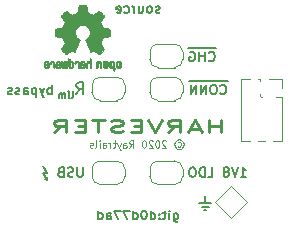
<source format=gbr>
G04 #@! TF.GenerationSoftware,KiCad,Pcbnew,(5.1.5-0)*
G04 #@! TF.CreationDate,2020-02-20T09:13:15+02:00*
G04 #@! TF.ProjectId,slice-harvester,736c6963-652d-4686-9172-766573746572,0.9*
G04 #@! TF.SameCoordinates,PX8f0d180PY5f5e100*
G04 #@! TF.FileFunction,Legend,Bot*
G04 #@! TF.FilePolarity,Positive*
%FSLAX46Y46*%
G04 Gerber Fmt 4.6, Leading zero omitted, Abs format (unit mm)*
G04 Created by KiCad (PCBNEW (5.1.5-0)) date 2020-02-20 09:13:15*
%MOMM*%
%LPD*%
G04 APERTURE LIST*
%ADD10C,0.200000*%
%ADD11C,0.150000*%
%ADD12C,0.100000*%
%ADD13C,0.250000*%
%ADD14C,0.010000*%
%ADD15C,0.120000*%
G04 APERTURE END LIST*
D10*
X1828571Y8276191D02*
X1752380Y8238096D01*
X1600000Y8238096D01*
X1523809Y8276191D01*
X1485714Y8352381D01*
X1485714Y8390477D01*
X1523809Y8466667D01*
X1600000Y8504762D01*
X1714285Y8504762D01*
X1790476Y8542858D01*
X1828571Y8619048D01*
X1828571Y8657143D01*
X1790476Y8733334D01*
X1714285Y8771429D01*
X1600000Y8771429D01*
X1523809Y8733334D01*
X1028571Y8238096D02*
X1104761Y8276191D01*
X1142857Y8314286D01*
X1180952Y8390477D01*
X1180952Y8619048D01*
X1142857Y8695239D01*
X1104761Y8733334D01*
X1028571Y8771429D01*
X914285Y8771429D01*
X838095Y8733334D01*
X800000Y8695239D01*
X761904Y8619048D01*
X761904Y8390477D01*
X800000Y8314286D01*
X838095Y8276191D01*
X914285Y8238096D01*
X1028571Y8238096D01*
X76190Y8771429D02*
X76190Y8238096D01*
X419047Y8771429D02*
X419047Y8352381D01*
X380952Y8276191D01*
X304761Y8238096D01*
X190476Y8238096D01*
X114285Y8276191D01*
X76190Y8314286D01*
X-304762Y8238096D02*
X-304762Y8771429D01*
X-304762Y8619048D02*
X-342858Y8695239D01*
X-380953Y8733334D01*
X-457143Y8771429D01*
X-533334Y8771429D01*
X-1142858Y8276191D02*
X-1066667Y8238096D01*
X-914286Y8238096D01*
X-838096Y8276191D01*
X-800000Y8314286D01*
X-761905Y8390477D01*
X-761905Y8619048D01*
X-800000Y8695239D01*
X-838096Y8733334D01*
X-914286Y8771429D01*
X-1066667Y8771429D01*
X-1142858Y8733334D01*
X-1790477Y8276191D02*
X-1714286Y8238096D01*
X-1561905Y8238096D01*
X-1485715Y8276191D01*
X-1447620Y8352381D01*
X-1447620Y8657143D01*
X-1485715Y8733334D01*
X-1561905Y8771429D01*
X-1714286Y8771429D01*
X-1790477Y8733334D01*
X-1828572Y8657143D01*
X-1828572Y8580953D01*
X-1447620Y8504762D01*
D11*
X5700000Y-7900000D02*
X5700000Y-7300000D01*
X5200000Y-7900000D02*
X6200000Y-7900000D01*
X6000000Y-8200000D02*
X5400000Y-8200000D01*
X5800000Y-8500000D02*
X5600000Y-8500000D01*
X-7287977Y1338096D02*
X-7287977Y2138096D01*
X-7287977Y1833334D02*
X-7364167Y1871429D01*
X-7516548Y1871429D01*
X-7592739Y1833334D01*
X-7630834Y1795239D01*
X-7668929Y1719048D01*
X-7668929Y1490477D01*
X-7630834Y1414286D01*
X-7592739Y1376191D01*
X-7516548Y1338096D01*
X-7364167Y1338096D01*
X-7287977Y1376191D01*
X-7935596Y1871429D02*
X-8126072Y1338096D01*
X-8316548Y1871429D02*
X-8126072Y1338096D01*
X-8049881Y1147620D01*
X-8011786Y1109524D01*
X-7935596Y1071429D01*
X-8621310Y1871429D02*
X-8621310Y1071429D01*
X-8621310Y1833334D02*
X-8697500Y1871429D01*
X-8849881Y1871429D01*
X-8926072Y1833334D01*
X-8964167Y1795239D01*
X-9002262Y1719048D01*
X-9002262Y1490477D01*
X-8964167Y1414286D01*
X-8926072Y1376191D01*
X-8849881Y1338096D01*
X-8697500Y1338096D01*
X-8621310Y1376191D01*
X-9687977Y1338096D02*
X-9687977Y1757143D01*
X-9649881Y1833334D01*
X-9573691Y1871429D01*
X-9421310Y1871429D01*
X-9345120Y1833334D01*
X-9687977Y1376191D02*
X-9611786Y1338096D01*
X-9421310Y1338096D01*
X-9345120Y1376191D01*
X-9307024Y1452381D01*
X-9307024Y1528572D01*
X-9345120Y1604762D01*
X-9421310Y1642858D01*
X-9611786Y1642858D01*
X-9687977Y1680953D01*
X-10030834Y1376191D02*
X-10107024Y1338096D01*
X-10259405Y1338096D01*
X-10335596Y1376191D01*
X-10373691Y1452381D01*
X-10373691Y1490477D01*
X-10335596Y1566667D01*
X-10259405Y1604762D01*
X-10145120Y1604762D01*
X-10068929Y1642858D01*
X-10030834Y1719048D01*
X-10030834Y1757143D01*
X-10068929Y1833334D01*
X-10145120Y1871429D01*
X-10259405Y1871429D01*
X-10335596Y1833334D01*
X-10678453Y1376191D02*
X-10754643Y1338096D01*
X-10907024Y1338096D01*
X-10983215Y1376191D01*
X-11021310Y1452381D01*
X-11021310Y1490477D01*
X-10983215Y1566667D01*
X-10907024Y1604762D01*
X-10792739Y1604762D01*
X-10716548Y1642858D01*
X-10678453Y1719048D01*
X-10678453Y1757143D01*
X-10716548Y1833334D01*
X-10792739Y1871429D01*
X-10907024Y1871429D01*
X-10983215Y1833334D01*
X3028571Y-8750000D02*
X3028571Y-9316666D01*
X3066666Y-9383333D01*
X3104761Y-9416666D01*
X3180952Y-9450000D01*
X3295238Y-9450000D01*
X3371428Y-9416666D01*
X3028571Y-9183333D02*
X3104761Y-9216666D01*
X3257142Y-9216666D01*
X3333333Y-9183333D01*
X3371428Y-9150000D01*
X3409523Y-9083333D01*
X3409523Y-8883333D01*
X3371428Y-8816666D01*
X3333333Y-8783333D01*
X3257142Y-8750000D01*
X3104761Y-8750000D01*
X3028571Y-8783333D01*
X2647619Y-9216666D02*
X2647619Y-8750000D01*
X2647619Y-8516666D02*
X2685714Y-8550000D01*
X2647619Y-8583333D01*
X2609523Y-8550000D01*
X2647619Y-8516666D01*
X2647619Y-8583333D01*
X2380952Y-8750000D02*
X2076190Y-8750000D01*
X2266666Y-8516666D02*
X2266666Y-9116666D01*
X2228571Y-9183333D01*
X2152380Y-9216666D01*
X2076190Y-9216666D01*
X1809523Y-9150000D02*
X1771428Y-9183333D01*
X1809523Y-9216666D01*
X1847619Y-9183333D01*
X1809523Y-9150000D01*
X1809523Y-9216666D01*
X1809523Y-8783333D02*
X1771428Y-8816666D01*
X1809523Y-8850000D01*
X1847619Y-8816666D01*
X1809523Y-8783333D01*
X1809523Y-8850000D01*
X1085714Y-9216666D02*
X1085714Y-8516666D01*
X1085714Y-9183333D02*
X1161904Y-9216666D01*
X1314285Y-9216666D01*
X1390476Y-9183333D01*
X1428571Y-9150000D01*
X1466666Y-9083333D01*
X1466666Y-8883333D01*
X1428571Y-8816666D01*
X1390476Y-8783333D01*
X1314285Y-8750000D01*
X1161904Y-8750000D01*
X1085714Y-8783333D01*
X552380Y-8516666D02*
X476190Y-8516666D01*
X400000Y-8550000D01*
X361904Y-8583333D01*
X323809Y-8650000D01*
X285714Y-8783333D01*
X285714Y-8950000D01*
X323809Y-9083333D01*
X361904Y-9150000D01*
X400000Y-9183333D01*
X476190Y-9216666D01*
X552380Y-9216666D01*
X628571Y-9183333D01*
X666666Y-9150000D01*
X704761Y-9083333D01*
X742857Y-8950000D01*
X742857Y-8783333D01*
X704761Y-8650000D01*
X666666Y-8583333D01*
X628571Y-8550000D01*
X552380Y-8516666D01*
X-400000Y-9216666D02*
X-400000Y-8516666D01*
X-400000Y-9183333D02*
X-323810Y-9216666D01*
X-171429Y-9216666D01*
X-95239Y-9183333D01*
X-57143Y-9150000D01*
X-19048Y-9083333D01*
X-19048Y-8883333D01*
X-57143Y-8816666D01*
X-95239Y-8783333D01*
X-171429Y-8750000D01*
X-323810Y-8750000D01*
X-400000Y-8783333D01*
X-704762Y-8516666D02*
X-1238096Y-8516666D01*
X-895239Y-9216666D01*
X-1466667Y-8516666D02*
X-2000000Y-8516666D01*
X-1657143Y-9216666D01*
X-2647620Y-9216666D02*
X-2647620Y-8850000D01*
X-2609524Y-8783333D01*
X-2533334Y-8750000D01*
X-2380953Y-8750000D01*
X-2304762Y-8783333D01*
X-2647620Y-9183333D02*
X-2571429Y-9216666D01*
X-2380953Y-9216666D01*
X-2304762Y-9183333D01*
X-2266667Y-9116666D01*
X-2266667Y-9050000D01*
X-2304762Y-8983333D01*
X-2380953Y-8950000D01*
X-2571429Y-8950000D01*
X-2647620Y-8916666D01*
X-3371429Y-9216666D02*
X-3371429Y-8516666D01*
X-3371429Y-9183333D02*
X-3295239Y-9216666D01*
X-3142858Y-9216666D01*
X-3066667Y-9183333D01*
X-3028572Y-9150000D01*
X-2990477Y-9083333D01*
X-2990477Y-8883333D01*
X-3028572Y-8816666D01*
X-3066667Y-8783333D01*
X-3142858Y-8750000D01*
X-3295239Y-8750000D01*
X-3371429Y-8783333D01*
X-7700000Y-5900000D02*
X-7900000Y-5800000D01*
X-7700000Y-5900000D02*
X-7700000Y-5700000D01*
X-8000000Y-5300000D02*
X-7700000Y-5900000D01*
X-7700000Y-5300000D02*
X-8000000Y-5300000D01*
X-8000000Y-4700000D02*
X-7700000Y-5300000D01*
X-5628572Y1028572D02*
X-5571429Y1057143D01*
X-5542858Y1114286D01*
X-5542858Y1628572D01*
X-5857143Y1028572D02*
X-5857143Y1428572D01*
X-5857143Y1628572D02*
X-5828572Y1600000D01*
X-5857143Y1571429D01*
X-5885715Y1600000D01*
X-5857143Y1628572D01*
X-5857143Y1571429D01*
X-6142858Y1028572D02*
X-6142858Y1428572D01*
X-6142858Y1371429D02*
X-6171429Y1400000D01*
X-6228572Y1428572D01*
X-6314286Y1428572D01*
X-6371429Y1400000D01*
X-6400000Y1342858D01*
X-6400000Y1028572D01*
X-6400000Y1342858D02*
X-6428572Y1400000D01*
X-6485715Y1428572D01*
X-6571429Y1428572D01*
X-6628572Y1400000D01*
X-6657143Y1342858D01*
X-6657143Y1028572D01*
D12*
X3357142Y-2714285D02*
X3414285Y-2685714D01*
X3528571Y-2685714D01*
X3585714Y-2714285D01*
X3642857Y-2771428D01*
X3671428Y-2828571D01*
X3671428Y-2942857D01*
X3642857Y-3000000D01*
X3585714Y-3057142D01*
X3528571Y-3085714D01*
X3414285Y-3085714D01*
X3357142Y-3057142D01*
X3471428Y-2485714D02*
X3614285Y-2514285D01*
X3757142Y-2600000D01*
X3842857Y-2742857D01*
X3871428Y-2885714D01*
X3842857Y-3028571D01*
X3757142Y-3171428D01*
X3614285Y-3257142D01*
X3471428Y-3285714D01*
X3328571Y-3257142D01*
X3185714Y-3171428D01*
X3100000Y-3028571D01*
X3071428Y-2885714D01*
X3100000Y-2742857D01*
X3185714Y-2600000D01*
X3328571Y-2514285D01*
X3471428Y-2485714D01*
X2385714Y-2628571D02*
X2357142Y-2600000D01*
X2300000Y-2571428D01*
X2157142Y-2571428D01*
X2100000Y-2600000D01*
X2071428Y-2628571D01*
X2042857Y-2685714D01*
X2042857Y-2742857D01*
X2071428Y-2828571D01*
X2414285Y-3171428D01*
X2042857Y-3171428D01*
X1671428Y-2571428D02*
X1614285Y-2571428D01*
X1557142Y-2600000D01*
X1528571Y-2628571D01*
X1500000Y-2685714D01*
X1471428Y-2800000D01*
X1471428Y-2942857D01*
X1500000Y-3057142D01*
X1528571Y-3114285D01*
X1557142Y-3142857D01*
X1614285Y-3171428D01*
X1671428Y-3171428D01*
X1728571Y-3142857D01*
X1757142Y-3114285D01*
X1785714Y-3057142D01*
X1814285Y-2942857D01*
X1814285Y-2800000D01*
X1785714Y-2685714D01*
X1757142Y-2628571D01*
X1728571Y-2600000D01*
X1671428Y-2571428D01*
X1242857Y-2628571D02*
X1214285Y-2600000D01*
X1157142Y-2571428D01*
X1014285Y-2571428D01*
X957142Y-2600000D01*
X928571Y-2628571D01*
X900000Y-2685714D01*
X900000Y-2742857D01*
X928571Y-2828571D01*
X1271428Y-3171428D01*
X900000Y-3171428D01*
X528571Y-2571428D02*
X471428Y-2571428D01*
X414285Y-2600000D01*
X385714Y-2628571D01*
X357142Y-2685714D01*
X328571Y-2800000D01*
X328571Y-2942857D01*
X357142Y-3057142D01*
X385714Y-3114285D01*
X414285Y-3142857D01*
X471428Y-3171428D01*
X528571Y-3171428D01*
X585714Y-3142857D01*
X614285Y-3114285D01*
X642857Y-3057142D01*
X671428Y-2942857D01*
X671428Y-2800000D01*
X642857Y-2685714D01*
X614285Y-2628571D01*
X585714Y-2600000D01*
X528571Y-2571428D01*
X-728572Y-3171428D02*
X-528572Y-2885714D01*
X-385715Y-3171428D02*
X-385715Y-2571428D01*
X-614286Y-2571428D01*
X-671429Y-2600000D01*
X-700000Y-2628571D01*
X-728572Y-2685714D01*
X-728572Y-2771428D01*
X-700000Y-2828571D01*
X-671429Y-2857142D01*
X-614286Y-2885714D01*
X-385715Y-2885714D01*
X-1242858Y-3171428D02*
X-1242858Y-2857142D01*
X-1214286Y-2800000D01*
X-1157143Y-2771428D01*
X-1042858Y-2771428D01*
X-985715Y-2800000D01*
X-1242858Y-3142857D02*
X-1185715Y-3171428D01*
X-1042858Y-3171428D01*
X-985715Y-3142857D01*
X-957143Y-3085714D01*
X-957143Y-3028571D01*
X-985715Y-2971428D01*
X-1042858Y-2942857D01*
X-1185715Y-2942857D01*
X-1242858Y-2914285D01*
X-1471429Y-2771428D02*
X-1614286Y-3171428D01*
X-1757143Y-2771428D02*
X-1614286Y-3171428D01*
X-1557143Y-3314285D01*
X-1528572Y-3342857D01*
X-1471429Y-3371428D01*
X-1900000Y-2771428D02*
X-2128572Y-2771428D01*
X-1985715Y-2571428D02*
X-1985715Y-3085714D01*
X-2014286Y-3142857D01*
X-2071429Y-3171428D01*
X-2128572Y-3171428D01*
X-2328572Y-3171428D02*
X-2328572Y-2771428D01*
X-2328572Y-2885714D02*
X-2357143Y-2828571D01*
X-2385715Y-2800000D01*
X-2442858Y-2771428D01*
X-2500000Y-2771428D01*
X-2957143Y-3171428D02*
X-2957143Y-2857142D01*
X-2928572Y-2800000D01*
X-2871429Y-2771428D01*
X-2757143Y-2771428D01*
X-2700000Y-2800000D01*
X-2957143Y-3142857D02*
X-2900000Y-3171428D01*
X-2757143Y-3171428D01*
X-2700000Y-3142857D01*
X-2671429Y-3085714D01*
X-2671429Y-3028571D01*
X-2700000Y-2971428D01*
X-2757143Y-2942857D01*
X-2900000Y-2942857D01*
X-2957143Y-2914285D01*
X-3242858Y-3171428D02*
X-3242858Y-2771428D01*
X-3242858Y-2571428D02*
X-3214286Y-2600000D01*
X-3242858Y-2628571D01*
X-3271429Y-2600000D01*
X-3242858Y-2571428D01*
X-3242858Y-2628571D01*
X-3614286Y-3171428D02*
X-3557143Y-3142857D01*
X-3528572Y-3085714D01*
X-3528572Y-2571428D01*
X-3814286Y-3142857D02*
X-3871429Y-3171428D01*
X-3985715Y-3171428D01*
X-4042858Y-3142857D01*
X-4071429Y-3085714D01*
X-4071429Y-3057142D01*
X-4042858Y-3000000D01*
X-3985715Y-2971428D01*
X-3900000Y-2971428D01*
X-3842858Y-2942857D01*
X-3814286Y-2885714D01*
X-3814286Y-2857142D01*
X-3842858Y-2800000D01*
X-3900000Y-2771428D01*
X-3985715Y-2771428D01*
X-4042858Y-2800000D01*
D13*
X7028571Y-1852380D02*
X7028571Y-852380D01*
X7028571Y-1328571D02*
X6000000Y-1328571D01*
X6000000Y-1852380D02*
X6000000Y-852380D01*
X5228571Y-1566666D02*
X4371428Y-1566666D01*
X5400000Y-1852380D02*
X4800000Y-852380D01*
X4200000Y-1852380D01*
X2571428Y-1852380D02*
X3171428Y-1376190D01*
X3600000Y-1852380D02*
X3600000Y-852380D01*
X2914285Y-852380D01*
X2742857Y-900000D01*
X2657142Y-947619D01*
X2571428Y-1042857D01*
X2571428Y-1185714D01*
X2657142Y-1280952D01*
X2742857Y-1328571D01*
X2914285Y-1376190D01*
X3600000Y-1376190D01*
X2057142Y-852380D02*
X1457142Y-1852380D01*
X857142Y-852380D01*
X257142Y-1328571D02*
X-342858Y-1328571D01*
X-600000Y-1852380D02*
X257142Y-1852380D01*
X257142Y-852380D01*
X-600000Y-852380D01*
X-1285715Y-1804761D02*
X-1542858Y-1852380D01*
X-1971429Y-1852380D01*
X-2142858Y-1804761D01*
X-2228572Y-1757142D01*
X-2314286Y-1661904D01*
X-2314286Y-1566666D01*
X-2228572Y-1471428D01*
X-2142858Y-1423809D01*
X-1971429Y-1376190D01*
X-1628572Y-1328571D01*
X-1457143Y-1280952D01*
X-1371429Y-1233333D01*
X-1285715Y-1138095D01*
X-1285715Y-1042857D01*
X-1371429Y-947619D01*
X-1457143Y-900000D01*
X-1628572Y-852380D01*
X-2057143Y-852380D01*
X-2314286Y-900000D01*
X-2828572Y-852380D02*
X-3857143Y-852380D01*
X-3342858Y-1852380D02*
X-3342858Y-852380D01*
X-4457143Y-1328571D02*
X-5057143Y-1328571D01*
X-5314286Y-1852380D02*
X-4457143Y-1852380D01*
X-4457143Y-852380D01*
X-5314286Y-852380D01*
X-7114286Y-1852380D02*
X-6514286Y-1376190D01*
X-6085715Y-1852380D02*
X-6085715Y-852380D01*
X-6771429Y-852380D01*
X-6942858Y-900000D01*
X-7028572Y-947619D01*
X-7114286Y-1042857D01*
X-7114286Y-1185714D01*
X-7028572Y-1280952D01*
X-6942858Y-1328571D01*
X-6771429Y-1376190D01*
X-6085715Y-1376190D01*
D11*
X8692738Y-5661904D02*
X9149880Y-5661904D01*
X8921309Y-5661904D02*
X8921309Y-4861904D01*
X8997500Y-4976190D01*
X9073690Y-5052380D01*
X9149880Y-5090476D01*
X8464166Y-4861904D02*
X8197500Y-5661904D01*
X7930833Y-4861904D01*
X7549880Y-5204761D02*
X7626071Y-5166666D01*
X7664166Y-5128571D01*
X7702261Y-5052380D01*
X7702261Y-5014285D01*
X7664166Y-4938095D01*
X7626071Y-4900000D01*
X7549880Y-4861904D01*
X7397500Y-4861904D01*
X7321309Y-4900000D01*
X7283214Y-4938095D01*
X7245119Y-5014285D01*
X7245119Y-5052380D01*
X7283214Y-5128571D01*
X7321309Y-5166666D01*
X7397500Y-5204761D01*
X7549880Y-5204761D01*
X7626071Y-5242857D01*
X7664166Y-5280952D01*
X7702261Y-5357142D01*
X7702261Y-5509523D01*
X7664166Y-5585714D01*
X7626071Y-5623809D01*
X7549880Y-5661904D01*
X7397500Y-5661904D01*
X7321309Y-5623809D01*
X7283214Y-5585714D01*
X7245119Y-5509523D01*
X7245119Y-5357142D01*
X7283214Y-5280952D01*
X7321309Y-5242857D01*
X7397500Y-5204761D01*
X5911785Y-5661904D02*
X6292738Y-5661904D01*
X6292738Y-4861904D01*
X5645119Y-5661904D02*
X5645119Y-4861904D01*
X5454642Y-4861904D01*
X5340357Y-4900000D01*
X5264166Y-4976190D01*
X5226071Y-5052380D01*
X5187976Y-5204761D01*
X5187976Y-5319047D01*
X5226071Y-5471428D01*
X5264166Y-5547619D01*
X5340357Y-5623809D01*
X5454642Y-5661904D01*
X5645119Y-5661904D01*
X4692738Y-4861904D02*
X4540357Y-4861904D01*
X4464166Y-4900000D01*
X4387976Y-4976190D01*
X4349880Y-5128571D01*
X4349880Y-5395238D01*
X4387976Y-5547619D01*
X4464166Y-5623809D01*
X4540357Y-5661904D01*
X4692738Y-5661904D01*
X4768928Y-5623809D01*
X4845119Y-5547619D01*
X4883214Y-5395238D01*
X4883214Y-5128571D01*
X4845119Y-4976190D01*
X4768928Y-4900000D01*
X4692738Y-4861904D01*
X-5207024Y1347620D02*
X-4873691Y1823810D01*
X-4635596Y1347620D02*
X-4635596Y2347620D01*
X-5016548Y2347620D01*
X-5111786Y2300000D01*
X-5159405Y2252381D01*
X-5207024Y2157143D01*
X-5207024Y2014286D01*
X-5159405Y1919048D01*
X-5111786Y1871429D01*
X-5016548Y1823810D01*
X-4635596Y1823810D01*
X7611785Y2471000D02*
X6811785Y2471000D01*
X6964166Y1414286D02*
X7002261Y1376191D01*
X7116547Y1338096D01*
X7192738Y1338096D01*
X7307023Y1376191D01*
X7383214Y1452381D01*
X7421309Y1528572D01*
X7459404Y1680953D01*
X7459404Y1795239D01*
X7421309Y1947620D01*
X7383214Y2023810D01*
X7307023Y2100000D01*
X7192738Y2138096D01*
X7116547Y2138096D01*
X7002261Y2100000D01*
X6964166Y2061905D01*
X6811785Y2471000D02*
X5973690Y2471000D01*
X6468928Y2138096D02*
X6316547Y2138096D01*
X6240357Y2100000D01*
X6164166Y2023810D01*
X6126071Y1871429D01*
X6126071Y1604762D01*
X6164166Y1452381D01*
X6240357Y1376191D01*
X6316547Y1338096D01*
X6468928Y1338096D01*
X6545119Y1376191D01*
X6621309Y1452381D01*
X6659404Y1604762D01*
X6659404Y1871429D01*
X6621309Y2023810D01*
X6545119Y2100000D01*
X6468928Y2138096D01*
X5973690Y2471000D02*
X5135595Y2471000D01*
X5783214Y1338096D02*
X5783214Y2138096D01*
X5326071Y1338096D01*
X5326071Y2138096D01*
X5135595Y2471000D02*
X4297500Y2471000D01*
X4945119Y1338096D02*
X4945119Y2138096D01*
X4487976Y1338096D01*
X4487976Y2138096D01*
X6635595Y5271000D02*
X5835595Y5271000D01*
X5987976Y4214286D02*
X6026071Y4176191D01*
X6140357Y4138096D01*
X6216547Y4138096D01*
X6330833Y4176191D01*
X6407023Y4252381D01*
X6445119Y4328572D01*
X6483214Y4480953D01*
X6483214Y4595239D01*
X6445119Y4747620D01*
X6407023Y4823810D01*
X6330833Y4900000D01*
X6216547Y4938096D01*
X6140357Y4938096D01*
X6026071Y4900000D01*
X5987976Y4861905D01*
X5835595Y5271000D02*
X4997500Y5271000D01*
X5645119Y4138096D02*
X5645119Y4938096D01*
X5645119Y4557143D02*
X5187976Y4557143D01*
X5187976Y4138096D02*
X5187976Y4938096D01*
X4997500Y5271000D02*
X4197500Y5271000D01*
X4387976Y4900000D02*
X4464166Y4938096D01*
X4578452Y4938096D01*
X4692738Y4900000D01*
X4768928Y4823810D01*
X4807023Y4747620D01*
X4845119Y4595239D01*
X4845119Y4480953D01*
X4807023Y4328572D01*
X4768928Y4252381D01*
X4692738Y4176191D01*
X4578452Y4138096D01*
X4502261Y4138096D01*
X4387976Y4176191D01*
X4349880Y4214286D01*
X4349880Y4480953D01*
X4502261Y4480953D01*
X-4687977Y-4861904D02*
X-4687977Y-5509523D01*
X-4726072Y-5585714D01*
X-4764167Y-5623809D01*
X-4840358Y-5661904D01*
X-4992739Y-5661904D01*
X-5068929Y-5623809D01*
X-5107024Y-5585714D01*
X-5145120Y-5509523D01*
X-5145120Y-4861904D01*
X-5487977Y-5623809D02*
X-5602262Y-5661904D01*
X-5792739Y-5661904D01*
X-5868929Y-5623809D01*
X-5907024Y-5585714D01*
X-5945120Y-5509523D01*
X-5945120Y-5433333D01*
X-5907024Y-5357142D01*
X-5868929Y-5319047D01*
X-5792739Y-5280952D01*
X-5640358Y-5242857D01*
X-5564167Y-5204761D01*
X-5526072Y-5166666D01*
X-5487977Y-5090476D01*
X-5487977Y-5014285D01*
X-5526072Y-4938095D01*
X-5564167Y-4900000D01*
X-5640358Y-4861904D01*
X-5830834Y-4861904D01*
X-5945120Y-4900000D01*
X-6554643Y-5242857D02*
X-6668929Y-5280952D01*
X-6707024Y-5319047D01*
X-6745120Y-5395238D01*
X-6745120Y-5509523D01*
X-6707024Y-5585714D01*
X-6668929Y-5623809D01*
X-6592739Y-5661904D01*
X-6287977Y-5661904D01*
X-6287977Y-4861904D01*
X-6554643Y-4861904D01*
X-6630834Y-4900000D01*
X-6668929Y-4938095D01*
X-6707024Y-5014285D01*
X-6707024Y-5090476D01*
X-6668929Y-5166666D01*
X-6630834Y-5204761D01*
X-6554643Y-5242857D01*
X-6287977Y-5242857D01*
D14*
G36*
X-4803910Y8857652D02*
G01*
X-4882454Y8857222D01*
X-4939298Y8856058D01*
X-4978105Y8853793D01*
X-5002538Y8850060D01*
X-5016262Y8844494D01*
X-5022940Y8836727D01*
X-5026236Y8826395D01*
X-5026556Y8825057D01*
X-5031562Y8800921D01*
X-5040829Y8753299D01*
X-5053392Y8687259D01*
X-5068287Y8607872D01*
X-5084551Y8520204D01*
X-5085119Y8517125D01*
X-5101410Y8431211D01*
X-5116652Y8355304D01*
X-5129861Y8293955D01*
X-5140054Y8251718D01*
X-5146248Y8233145D01*
X-5146543Y8232816D01*
X-5164788Y8223747D01*
X-5202405Y8208633D01*
X-5251271Y8190738D01*
X-5251543Y8190642D01*
X-5313093Y8167507D01*
X-5385657Y8138035D01*
X-5454057Y8108403D01*
X-5457294Y8106938D01*
X-5568702Y8056374D01*
X-5815399Y8224840D01*
X-5891077Y8276197D01*
X-5959631Y8322111D01*
X-6017088Y8359970D01*
X-6059476Y8387163D01*
X-6082825Y8401079D01*
X-6085042Y8402111D01*
X-6102010Y8397516D01*
X-6133701Y8375345D01*
X-6181352Y8334553D01*
X-6246198Y8274095D01*
X-6312397Y8209773D01*
X-6376214Y8146388D01*
X-6433329Y8088549D01*
X-6480305Y8039825D01*
X-6513703Y8003790D01*
X-6530085Y7984016D01*
X-6530694Y7982998D01*
X-6532505Y7969428D01*
X-6525683Y7947267D01*
X-6508540Y7913522D01*
X-6479393Y7865200D01*
X-6436555Y7799308D01*
X-6379448Y7714483D01*
X-6328766Y7639823D01*
X-6283461Y7572860D01*
X-6246150Y7517484D01*
X-6219452Y7477580D01*
X-6205985Y7457038D01*
X-6205137Y7455644D01*
X-6206781Y7435962D01*
X-6219245Y7397707D01*
X-6240048Y7348111D01*
X-6247462Y7332272D01*
X-6279814Y7261710D01*
X-6314328Y7181647D01*
X-6342365Y7112371D01*
X-6362568Y7060955D01*
X-6378615Y7021881D01*
X-6387888Y7001459D01*
X-6389041Y6999886D01*
X-6406096Y6997279D01*
X-6446298Y6990137D01*
X-6504302Y6979477D01*
X-6574763Y6966315D01*
X-6652335Y6951667D01*
X-6731672Y6936551D01*
X-6807431Y6921982D01*
X-6874264Y6908978D01*
X-6926828Y6898555D01*
X-6959776Y6891730D01*
X-6967857Y6889801D01*
X-6976205Y6885038D01*
X-6982506Y6874282D01*
X-6987045Y6853902D01*
X-6990104Y6820266D01*
X-6991967Y6769745D01*
X-6992918Y6698708D01*
X-6993240Y6603524D01*
X-6993257Y6564508D01*
X-6993257Y6247201D01*
X-6917057Y6232161D01*
X-6874663Y6224005D01*
X-6811400Y6212101D01*
X-6734962Y6197884D01*
X-6653043Y6182790D01*
X-6630400Y6178645D01*
X-6554806Y6163947D01*
X-6488953Y6149495D01*
X-6438366Y6136625D01*
X-6408574Y6126678D01*
X-6403612Y6123713D01*
X-6391426Y6102717D01*
X-6373953Y6062033D01*
X-6354577Y6009678D01*
X-6350734Y5998400D01*
X-6325339Y5928477D01*
X-6293817Y5849582D01*
X-6262969Y5778734D01*
X-6262817Y5778405D01*
X-6211447Y5667267D01*
X-6380399Y5418747D01*
X-6549352Y5170228D01*
X-6332429Y4952942D01*
X-6266819Y4888274D01*
X-6206979Y4831267D01*
X-6156267Y4784967D01*
X-6118046Y4752416D01*
X-6095675Y4736657D01*
X-6092466Y4735657D01*
X-6073626Y4743531D01*
X-6035180Y4765422D01*
X-5981330Y4798733D01*
X-5916276Y4840869D01*
X-5845940Y4888057D01*
X-5774555Y4936190D01*
X-5710908Y4978072D01*
X-5659041Y5011129D01*
X-5622995Y5032782D01*
X-5606867Y5040457D01*
X-5587189Y5033963D01*
X-5549875Y5016850D01*
X-5502621Y4992674D01*
X-5497612Y4989987D01*
X-5433977Y4958073D01*
X-5390341Y4942421D01*
X-5363202Y4942255D01*
X-5349057Y4956796D01*
X-5348975Y4957000D01*
X-5341905Y4974221D01*
X-5325042Y5015101D01*
X-5299695Y5076475D01*
X-5267171Y5155181D01*
X-5228778Y5248053D01*
X-5185822Y5351928D01*
X-5144222Y5452498D01*
X-5098504Y5563484D01*
X-5056526Y5666297D01*
X-5019548Y5757785D01*
X-4988827Y5834799D01*
X-4965622Y5894185D01*
X-4951190Y5932791D01*
X-4946743Y5947200D01*
X-4957896Y5963728D01*
X-4987069Y5990070D01*
X-5025971Y6019113D01*
X-5136757Y6110961D01*
X-5223351Y6216241D01*
X-5284716Y6332734D01*
X-5319815Y6458224D01*
X-5327608Y6590493D01*
X-5321943Y6651543D01*
X-5291078Y6778205D01*
X-5237920Y6890059D01*
X-5165767Y6985999D01*
X-5077917Y7064924D01*
X-4977665Y7125730D01*
X-4868310Y7167313D01*
X-4753147Y7188572D01*
X-4635475Y7188401D01*
X-4518590Y7165699D01*
X-4405789Y7119362D01*
X-4300369Y7048287D01*
X-4256368Y7008089D01*
X-4171979Y6904871D01*
X-4113222Y6792075D01*
X-4079704Y6672990D01*
X-4071035Y6550905D01*
X-4086823Y6429107D01*
X-4126678Y6310884D01*
X-4190207Y6199525D01*
X-4277021Y6098316D01*
X-4374029Y6019113D01*
X-4414437Y5988838D01*
X-4442982Y5962781D01*
X-4453257Y5947175D01*
X-4447877Y5930157D01*
X-4432575Y5889500D01*
X-4408612Y5828358D01*
X-4377244Y5749881D01*
X-4339732Y5657220D01*
X-4297333Y5553528D01*
X-4255663Y5452474D01*
X-4209690Y5341393D01*
X-4167107Y5238459D01*
X-4129221Y5146835D01*
X-4097340Y5069684D01*
X-4072771Y5010169D01*
X-4056820Y4971456D01*
X-4050910Y4957000D01*
X-4036948Y4942315D01*
X-4009940Y4942358D01*
X-3966413Y4957901D01*
X-3902890Y4989716D01*
X-3902388Y4989987D01*
X-3854560Y5014677D01*
X-3815897Y5032662D01*
X-3794095Y5040386D01*
X-3793133Y5040457D01*
X-3776721Y5032622D01*
X-3740487Y5010835D01*
X-3688474Y4977672D01*
X-3624725Y4935709D01*
X-3554060Y4888057D01*
X-3482116Y4839809D01*
X-3417274Y4797849D01*
X-3363735Y4764773D01*
X-3325697Y4743179D01*
X-3307533Y4735657D01*
X-3290808Y4745543D01*
X-3257180Y4773174D01*
X-3210010Y4815505D01*
X-3152658Y4869495D01*
X-3088484Y4932101D01*
X-3067497Y4953017D01*
X-2850499Y5170377D01*
X-3015668Y5412780D01*
X-3065864Y5487219D01*
X-3109919Y5554028D01*
X-3145362Y5609335D01*
X-3169719Y5649271D01*
X-3180522Y5669964D01*
X-3180838Y5671437D01*
X-3175143Y5690942D01*
X-3159826Y5730178D01*
X-3137537Y5782570D01*
X-3121893Y5817645D01*
X-3092641Y5884799D01*
X-3065094Y5952642D01*
X-3043737Y6009966D01*
X-3037935Y6027428D01*
X-3021452Y6074062D01*
X-3005340Y6110095D01*
X-2996490Y6123713D01*
X-2976960Y6132048D01*
X-2934334Y6143863D01*
X-2874145Y6157819D01*
X-2801922Y6172578D01*
X-2769600Y6178645D01*
X-2687522Y6193727D01*
X-2608795Y6208331D01*
X-2541109Y6221020D01*
X-2492160Y6230358D01*
X-2482943Y6232161D01*
X-2406743Y6247201D01*
X-2406743Y6564508D01*
X-2406914Y6668846D01*
X-2407616Y6747787D01*
X-2409134Y6804962D01*
X-2411749Y6844001D01*
X-2415746Y6868535D01*
X-2421409Y6882195D01*
X-2429020Y6888611D01*
X-2432143Y6889801D01*
X-2450978Y6894020D01*
X-2492588Y6902438D01*
X-2551630Y6914039D01*
X-2622757Y6927805D01*
X-2700625Y6942720D01*
X-2779887Y6957768D01*
X-2855198Y6971931D01*
X-2921213Y6984194D01*
X-2972587Y6993539D01*
X-3003975Y6998950D01*
X-3010959Y6999886D01*
X-3017285Y7012404D01*
X-3031290Y7045754D01*
X-3050355Y7093623D01*
X-3057634Y7112371D01*
X-3086996Y7184805D01*
X-3121571Y7264830D01*
X-3152537Y7332272D01*
X-3175323Y7383841D01*
X-3190482Y7426215D01*
X-3195542Y7452166D01*
X-3194736Y7455644D01*
X-3184041Y7472064D01*
X-3159620Y7508583D01*
X-3124095Y7561313D01*
X-3080087Y7626365D01*
X-3030217Y7699849D01*
X-3020356Y7714355D01*
X-2962492Y7800296D01*
X-2919956Y7865739D01*
X-2891054Y7913696D01*
X-2874090Y7947180D01*
X-2867367Y7969205D01*
X-2869190Y7982783D01*
X-2869236Y7982869D01*
X-2883586Y8000703D01*
X-2915323Y8035183D01*
X-2961010Y8082732D01*
X-3017204Y8139778D01*
X-3080468Y8202745D01*
X-3087602Y8209773D01*
X-3167330Y8286980D01*
X-3228857Y8343670D01*
X-3273421Y8380890D01*
X-3302257Y8399685D01*
X-3314958Y8402111D01*
X-3333494Y8391529D01*
X-3371961Y8367084D01*
X-3426386Y8331388D01*
X-3492798Y8287053D01*
X-3567225Y8236689D01*
X-3584601Y8224840D01*
X-3831297Y8056374D01*
X-3942706Y8106938D01*
X-4010457Y8136405D01*
X-4083183Y8166041D01*
X-4145703Y8189670D01*
X-4148457Y8190642D01*
X-4197360Y8208543D01*
X-4235057Y8223680D01*
X-4253425Y8232790D01*
X-4253456Y8232816D01*
X-4259285Y8249283D01*
X-4269192Y8289781D01*
X-4282195Y8349758D01*
X-4297309Y8424660D01*
X-4313552Y8509936D01*
X-4314881Y8517125D01*
X-4331175Y8604986D01*
X-4346133Y8684740D01*
X-4358791Y8751319D01*
X-4368186Y8799653D01*
X-4373354Y8824675D01*
X-4373444Y8825057D01*
X-4376589Y8835701D01*
X-4382704Y8843738D01*
X-4395453Y8849533D01*
X-4418500Y8853453D01*
X-4455509Y8855865D01*
X-4510144Y8857135D01*
X-4586067Y8857629D01*
X-4686944Y8857714D01*
X-4700000Y8857714D01*
X-4803910Y8857652D01*
G37*
X-4803910Y8857652D02*
X-4882454Y8857222D01*
X-4939298Y8856058D01*
X-4978105Y8853793D01*
X-5002538Y8850060D01*
X-5016262Y8844494D01*
X-5022940Y8836727D01*
X-5026236Y8826395D01*
X-5026556Y8825057D01*
X-5031562Y8800921D01*
X-5040829Y8753299D01*
X-5053392Y8687259D01*
X-5068287Y8607872D01*
X-5084551Y8520204D01*
X-5085119Y8517125D01*
X-5101410Y8431211D01*
X-5116652Y8355304D01*
X-5129861Y8293955D01*
X-5140054Y8251718D01*
X-5146248Y8233145D01*
X-5146543Y8232816D01*
X-5164788Y8223747D01*
X-5202405Y8208633D01*
X-5251271Y8190738D01*
X-5251543Y8190642D01*
X-5313093Y8167507D01*
X-5385657Y8138035D01*
X-5454057Y8108403D01*
X-5457294Y8106938D01*
X-5568702Y8056374D01*
X-5815399Y8224840D01*
X-5891077Y8276197D01*
X-5959631Y8322111D01*
X-6017088Y8359970D01*
X-6059476Y8387163D01*
X-6082825Y8401079D01*
X-6085042Y8402111D01*
X-6102010Y8397516D01*
X-6133701Y8375345D01*
X-6181352Y8334553D01*
X-6246198Y8274095D01*
X-6312397Y8209773D01*
X-6376214Y8146388D01*
X-6433329Y8088549D01*
X-6480305Y8039825D01*
X-6513703Y8003790D01*
X-6530085Y7984016D01*
X-6530694Y7982998D01*
X-6532505Y7969428D01*
X-6525683Y7947267D01*
X-6508540Y7913522D01*
X-6479393Y7865200D01*
X-6436555Y7799308D01*
X-6379448Y7714483D01*
X-6328766Y7639823D01*
X-6283461Y7572860D01*
X-6246150Y7517484D01*
X-6219452Y7477580D01*
X-6205985Y7457038D01*
X-6205137Y7455644D01*
X-6206781Y7435962D01*
X-6219245Y7397707D01*
X-6240048Y7348111D01*
X-6247462Y7332272D01*
X-6279814Y7261710D01*
X-6314328Y7181647D01*
X-6342365Y7112371D01*
X-6362568Y7060955D01*
X-6378615Y7021881D01*
X-6387888Y7001459D01*
X-6389041Y6999886D01*
X-6406096Y6997279D01*
X-6446298Y6990137D01*
X-6504302Y6979477D01*
X-6574763Y6966315D01*
X-6652335Y6951667D01*
X-6731672Y6936551D01*
X-6807431Y6921982D01*
X-6874264Y6908978D01*
X-6926828Y6898555D01*
X-6959776Y6891730D01*
X-6967857Y6889801D01*
X-6976205Y6885038D01*
X-6982506Y6874282D01*
X-6987045Y6853902D01*
X-6990104Y6820266D01*
X-6991967Y6769745D01*
X-6992918Y6698708D01*
X-6993240Y6603524D01*
X-6993257Y6564508D01*
X-6993257Y6247201D01*
X-6917057Y6232161D01*
X-6874663Y6224005D01*
X-6811400Y6212101D01*
X-6734962Y6197884D01*
X-6653043Y6182790D01*
X-6630400Y6178645D01*
X-6554806Y6163947D01*
X-6488953Y6149495D01*
X-6438366Y6136625D01*
X-6408574Y6126678D01*
X-6403612Y6123713D01*
X-6391426Y6102717D01*
X-6373953Y6062033D01*
X-6354577Y6009678D01*
X-6350734Y5998400D01*
X-6325339Y5928477D01*
X-6293817Y5849582D01*
X-6262969Y5778734D01*
X-6262817Y5778405D01*
X-6211447Y5667267D01*
X-6380399Y5418747D01*
X-6549352Y5170228D01*
X-6332429Y4952942D01*
X-6266819Y4888274D01*
X-6206979Y4831267D01*
X-6156267Y4784967D01*
X-6118046Y4752416D01*
X-6095675Y4736657D01*
X-6092466Y4735657D01*
X-6073626Y4743531D01*
X-6035180Y4765422D01*
X-5981330Y4798733D01*
X-5916276Y4840869D01*
X-5845940Y4888057D01*
X-5774555Y4936190D01*
X-5710908Y4978072D01*
X-5659041Y5011129D01*
X-5622995Y5032782D01*
X-5606867Y5040457D01*
X-5587189Y5033963D01*
X-5549875Y5016850D01*
X-5502621Y4992674D01*
X-5497612Y4989987D01*
X-5433977Y4958073D01*
X-5390341Y4942421D01*
X-5363202Y4942255D01*
X-5349057Y4956796D01*
X-5348975Y4957000D01*
X-5341905Y4974221D01*
X-5325042Y5015101D01*
X-5299695Y5076475D01*
X-5267171Y5155181D01*
X-5228778Y5248053D01*
X-5185822Y5351928D01*
X-5144222Y5452498D01*
X-5098504Y5563484D01*
X-5056526Y5666297D01*
X-5019548Y5757785D01*
X-4988827Y5834799D01*
X-4965622Y5894185D01*
X-4951190Y5932791D01*
X-4946743Y5947200D01*
X-4957896Y5963728D01*
X-4987069Y5990070D01*
X-5025971Y6019113D01*
X-5136757Y6110961D01*
X-5223351Y6216241D01*
X-5284716Y6332734D01*
X-5319815Y6458224D01*
X-5327608Y6590493D01*
X-5321943Y6651543D01*
X-5291078Y6778205D01*
X-5237920Y6890059D01*
X-5165767Y6985999D01*
X-5077917Y7064924D01*
X-4977665Y7125730D01*
X-4868310Y7167313D01*
X-4753147Y7188572D01*
X-4635475Y7188401D01*
X-4518590Y7165699D01*
X-4405789Y7119362D01*
X-4300369Y7048287D01*
X-4256368Y7008089D01*
X-4171979Y6904871D01*
X-4113222Y6792075D01*
X-4079704Y6672990D01*
X-4071035Y6550905D01*
X-4086823Y6429107D01*
X-4126678Y6310884D01*
X-4190207Y6199525D01*
X-4277021Y6098316D01*
X-4374029Y6019113D01*
X-4414437Y5988838D01*
X-4442982Y5962781D01*
X-4453257Y5947175D01*
X-4447877Y5930157D01*
X-4432575Y5889500D01*
X-4408612Y5828358D01*
X-4377244Y5749881D01*
X-4339732Y5657220D01*
X-4297333Y5553528D01*
X-4255663Y5452474D01*
X-4209690Y5341393D01*
X-4167107Y5238459D01*
X-4129221Y5146835D01*
X-4097340Y5069684D01*
X-4072771Y5010169D01*
X-4056820Y4971456D01*
X-4050910Y4957000D01*
X-4036948Y4942315D01*
X-4009940Y4942358D01*
X-3966413Y4957901D01*
X-3902890Y4989716D01*
X-3902388Y4989987D01*
X-3854560Y5014677D01*
X-3815897Y5032662D01*
X-3794095Y5040386D01*
X-3793133Y5040457D01*
X-3776721Y5032622D01*
X-3740487Y5010835D01*
X-3688474Y4977672D01*
X-3624725Y4935709D01*
X-3554060Y4888057D01*
X-3482116Y4839809D01*
X-3417274Y4797849D01*
X-3363735Y4764773D01*
X-3325697Y4743179D01*
X-3307533Y4735657D01*
X-3290808Y4745543D01*
X-3257180Y4773174D01*
X-3210010Y4815505D01*
X-3152658Y4869495D01*
X-3088484Y4932101D01*
X-3067497Y4953017D01*
X-2850499Y5170377D01*
X-3015668Y5412780D01*
X-3065864Y5487219D01*
X-3109919Y5554028D01*
X-3145362Y5609335D01*
X-3169719Y5649271D01*
X-3180522Y5669964D01*
X-3180838Y5671437D01*
X-3175143Y5690942D01*
X-3159826Y5730178D01*
X-3137537Y5782570D01*
X-3121893Y5817645D01*
X-3092641Y5884799D01*
X-3065094Y5952642D01*
X-3043737Y6009966D01*
X-3037935Y6027428D01*
X-3021452Y6074062D01*
X-3005340Y6110095D01*
X-2996490Y6123713D01*
X-2976960Y6132048D01*
X-2934334Y6143863D01*
X-2874145Y6157819D01*
X-2801922Y6172578D01*
X-2769600Y6178645D01*
X-2687522Y6193727D01*
X-2608795Y6208331D01*
X-2541109Y6221020D01*
X-2492160Y6230358D01*
X-2482943Y6232161D01*
X-2406743Y6247201D01*
X-2406743Y6564508D01*
X-2406914Y6668846D01*
X-2407616Y6747787D01*
X-2409134Y6804962D01*
X-2411749Y6844001D01*
X-2415746Y6868535D01*
X-2421409Y6882195D01*
X-2429020Y6888611D01*
X-2432143Y6889801D01*
X-2450978Y6894020D01*
X-2492588Y6902438D01*
X-2551630Y6914039D01*
X-2622757Y6927805D01*
X-2700625Y6942720D01*
X-2779887Y6957768D01*
X-2855198Y6971931D01*
X-2921213Y6984194D01*
X-2972587Y6993539D01*
X-3003975Y6998950D01*
X-3010959Y6999886D01*
X-3017285Y7012404D01*
X-3031290Y7045754D01*
X-3050355Y7093623D01*
X-3057634Y7112371D01*
X-3086996Y7184805D01*
X-3121571Y7264830D01*
X-3152537Y7332272D01*
X-3175323Y7383841D01*
X-3190482Y7426215D01*
X-3195542Y7452166D01*
X-3194736Y7455644D01*
X-3184041Y7472064D01*
X-3159620Y7508583D01*
X-3124095Y7561313D01*
X-3080087Y7626365D01*
X-3030217Y7699849D01*
X-3020356Y7714355D01*
X-2962492Y7800296D01*
X-2919956Y7865739D01*
X-2891054Y7913696D01*
X-2874090Y7947180D01*
X-2867367Y7969205D01*
X-2869190Y7982783D01*
X-2869236Y7982869D01*
X-2883586Y8000703D01*
X-2915323Y8035183D01*
X-2961010Y8082732D01*
X-3017204Y8139778D01*
X-3080468Y8202745D01*
X-3087602Y8209773D01*
X-3167330Y8286980D01*
X-3228857Y8343670D01*
X-3273421Y8380890D01*
X-3302257Y8399685D01*
X-3314958Y8402111D01*
X-3333494Y8391529D01*
X-3371961Y8367084D01*
X-3426386Y8331388D01*
X-3492798Y8287053D01*
X-3567225Y8236689D01*
X-3584601Y8224840D01*
X-3831297Y8056374D01*
X-3942706Y8106938D01*
X-4010457Y8136405D01*
X-4083183Y8166041D01*
X-4145703Y8189670D01*
X-4148457Y8190642D01*
X-4197360Y8208543D01*
X-4235057Y8223680D01*
X-4253425Y8232790D01*
X-4253456Y8232816D01*
X-4259285Y8249283D01*
X-4269192Y8289781D01*
X-4282195Y8349758D01*
X-4297309Y8424660D01*
X-4313552Y8509936D01*
X-4314881Y8517125D01*
X-4331175Y8604986D01*
X-4346133Y8684740D01*
X-4358791Y8751319D01*
X-4368186Y8799653D01*
X-4373354Y8824675D01*
X-4373444Y8825057D01*
X-4376589Y8835701D01*
X-4382704Y8843738D01*
X-4395453Y8849533D01*
X-4418500Y8853453D01*
X-4455509Y8855865D01*
X-4510144Y8857135D01*
X-4586067Y8857629D01*
X-4686944Y8857714D01*
X-4700000Y8857714D01*
X-4803910Y8857652D01*
G36*
X-7853595Y4133034D02*
G01*
X-7911021Y4095503D01*
X-7938719Y4061904D01*
X-7960662Y4000936D01*
X-7962405Y3952692D01*
X-7958457Y3888184D01*
X-7809686Y3823066D01*
X-7737349Y3789798D01*
X-7690084Y3763036D01*
X-7665507Y3739856D01*
X-7661237Y3717333D01*
X-7674889Y3692545D01*
X-7689943Y3676114D01*
X-7733746Y3649765D01*
X-7781389Y3647919D01*
X-7825145Y3668454D01*
X-7857289Y3709248D01*
X-7863038Y3723653D01*
X-7890576Y3768644D01*
X-7922258Y3787818D01*
X-7965714Y3804221D01*
X-7965714Y3742034D01*
X-7961872Y3699717D01*
X-7946823Y3664031D01*
X-7915280Y3623057D01*
X-7910592Y3617733D01*
X-7875506Y3581280D01*
X-7845347Y3561717D01*
X-7807615Y3552717D01*
X-7776335Y3549770D01*
X-7720385Y3549035D01*
X-7680555Y3558340D01*
X-7655708Y3572154D01*
X-7616656Y3602533D01*
X-7589625Y3635387D01*
X-7572517Y3676706D01*
X-7563238Y3732479D01*
X-7559693Y3808695D01*
X-7559410Y3847378D01*
X-7560372Y3893753D01*
X-7648007Y3893753D01*
X-7649023Y3868874D01*
X-7651556Y3864800D01*
X-7668274Y3870335D01*
X-7704249Y3884983D01*
X-7752331Y3905810D01*
X-7762386Y3910286D01*
X-7823152Y3941186D01*
X-7856632Y3968343D01*
X-7863990Y3993780D01*
X-7846391Y4019519D01*
X-7831856Y4030891D01*
X-7779410Y4053636D01*
X-7730322Y4049878D01*
X-7689227Y4022116D01*
X-7660758Y3972848D01*
X-7651631Y3933743D01*
X-7648007Y3893753D01*
X-7560372Y3893753D01*
X-7561285Y3937751D01*
X-7568196Y4004616D01*
X-7581884Y4053305D01*
X-7604096Y4089151D01*
X-7636574Y4117487D01*
X-7650733Y4126645D01*
X-7715053Y4150493D01*
X-7785473Y4151994D01*
X-7853595Y4133034D01*
G37*
X-7853595Y4133034D02*
X-7911021Y4095503D01*
X-7938719Y4061904D01*
X-7960662Y4000936D01*
X-7962405Y3952692D01*
X-7958457Y3888184D01*
X-7809686Y3823066D01*
X-7737349Y3789798D01*
X-7690084Y3763036D01*
X-7665507Y3739856D01*
X-7661237Y3717333D01*
X-7674889Y3692545D01*
X-7689943Y3676114D01*
X-7733746Y3649765D01*
X-7781389Y3647919D01*
X-7825145Y3668454D01*
X-7857289Y3709248D01*
X-7863038Y3723653D01*
X-7890576Y3768644D01*
X-7922258Y3787818D01*
X-7965714Y3804221D01*
X-7965714Y3742034D01*
X-7961872Y3699717D01*
X-7946823Y3664031D01*
X-7915280Y3623057D01*
X-7910592Y3617733D01*
X-7875506Y3581280D01*
X-7845347Y3561717D01*
X-7807615Y3552717D01*
X-7776335Y3549770D01*
X-7720385Y3549035D01*
X-7680555Y3558340D01*
X-7655708Y3572154D01*
X-7616656Y3602533D01*
X-7589625Y3635387D01*
X-7572517Y3676706D01*
X-7563238Y3732479D01*
X-7559693Y3808695D01*
X-7559410Y3847378D01*
X-7560372Y3893753D01*
X-7648007Y3893753D01*
X-7649023Y3868874D01*
X-7651556Y3864800D01*
X-7668274Y3870335D01*
X-7704249Y3884983D01*
X-7752331Y3905810D01*
X-7762386Y3910286D01*
X-7823152Y3941186D01*
X-7856632Y3968343D01*
X-7863990Y3993780D01*
X-7846391Y4019519D01*
X-7831856Y4030891D01*
X-7779410Y4053636D01*
X-7730322Y4049878D01*
X-7689227Y4022116D01*
X-7660758Y3972848D01*
X-7651631Y3933743D01*
X-7648007Y3893753D01*
X-7560372Y3893753D01*
X-7561285Y3937751D01*
X-7568196Y4004616D01*
X-7581884Y4053305D01*
X-7604096Y4089151D01*
X-7636574Y4117487D01*
X-7650733Y4126645D01*
X-7715053Y4150493D01*
X-7785473Y4151994D01*
X-7853595Y4133034D01*
G36*
X-7352600Y4141248D02*
G01*
X-7369948Y4133666D01*
X-7411356Y4100872D01*
X-7446765Y4053453D01*
X-7468664Y4002849D01*
X-7472229Y3977902D01*
X-7460279Y3943073D01*
X-7434067Y3924643D01*
X-7405964Y3913484D01*
X-7393095Y3911428D01*
X-7386829Y3926351D01*
X-7374456Y3958825D01*
X-7369028Y3973498D01*
X-7338590Y4024256D01*
X-7294520Y4049573D01*
X-7238010Y4048794D01*
X-7233825Y4047797D01*
X-7203655Y4033493D01*
X-7181476Y4005607D01*
X-7166327Y3960713D01*
X-7157250Y3895385D01*
X-7153286Y3806196D01*
X-7152914Y3758739D01*
X-7152730Y3683929D01*
X-7151522Y3632931D01*
X-7148309Y3600529D01*
X-7142109Y3581505D01*
X-7131940Y3570644D01*
X-7116819Y3562728D01*
X-7115946Y3562330D01*
X-7086828Y3550019D01*
X-7072403Y3545486D01*
X-7070186Y3559191D01*
X-7068289Y3597075D01*
X-7066847Y3654285D01*
X-7065998Y3725973D01*
X-7065829Y3778435D01*
X-7066692Y3879953D01*
X-7070070Y3956968D01*
X-7077142Y4013977D01*
X-7089088Y4055474D01*
X-7107090Y4085957D01*
X-7132327Y4109920D01*
X-7157247Y4126645D01*
X-7217171Y4148903D01*
X-7286911Y4153924D01*
X-7352600Y4141248D01*
G37*
X-7352600Y4141248D02*
X-7369948Y4133666D01*
X-7411356Y4100872D01*
X-7446765Y4053453D01*
X-7468664Y4002849D01*
X-7472229Y3977902D01*
X-7460279Y3943073D01*
X-7434067Y3924643D01*
X-7405964Y3913484D01*
X-7393095Y3911428D01*
X-7386829Y3926351D01*
X-7374456Y3958825D01*
X-7369028Y3973498D01*
X-7338590Y4024256D01*
X-7294520Y4049573D01*
X-7238010Y4048794D01*
X-7233825Y4047797D01*
X-7203655Y4033493D01*
X-7181476Y4005607D01*
X-7166327Y3960713D01*
X-7157250Y3895385D01*
X-7153286Y3806196D01*
X-7152914Y3758739D01*
X-7152730Y3683929D01*
X-7151522Y3632931D01*
X-7148309Y3600529D01*
X-7142109Y3581505D01*
X-7131940Y3570644D01*
X-7116819Y3562728D01*
X-7115946Y3562330D01*
X-7086828Y3550019D01*
X-7072403Y3545486D01*
X-7070186Y3559191D01*
X-7068289Y3597075D01*
X-7066847Y3654285D01*
X-7065998Y3725973D01*
X-7065829Y3778435D01*
X-7066692Y3879953D01*
X-7070070Y3956968D01*
X-7077142Y4013977D01*
X-7089088Y4055474D01*
X-7107090Y4085957D01*
X-7132327Y4109920D01*
X-7157247Y4126645D01*
X-7217171Y4148903D01*
X-7286911Y4153924D01*
X-7352600Y4141248D01*
G36*
X-6844876Y4143665D02*
G01*
X-6886667Y4124656D01*
X-6919469Y4101622D01*
X-6943503Y4075867D01*
X-6960097Y4042642D01*
X-6970577Y3997200D01*
X-6976271Y3934793D01*
X-6978507Y3850673D01*
X-6978743Y3795279D01*
X-6978743Y3579174D01*
X-6941774Y3562330D01*
X-6912656Y3550019D01*
X-6898231Y3545486D01*
X-6895472Y3558975D01*
X-6893282Y3595347D01*
X-6891942Y3648458D01*
X-6891657Y3690628D01*
X-6890434Y3751553D01*
X-6887136Y3799885D01*
X-6882321Y3829482D01*
X-6878496Y3835771D01*
X-6852783Y3829348D01*
X-6812418Y3812875D01*
X-6765679Y3790542D01*
X-6720845Y3766543D01*
X-6686193Y3745070D01*
X-6670002Y3730315D01*
X-6669938Y3730155D01*
X-6671330Y3702848D01*
X-6683818Y3676781D01*
X-6705743Y3655608D01*
X-6737743Y3648526D01*
X-6765092Y3649351D01*
X-6803826Y3649958D01*
X-6824158Y3640884D01*
X-6836369Y3616908D01*
X-6837909Y3612387D01*
X-6843203Y3578194D01*
X-6829047Y3557432D01*
X-6792148Y3547538D01*
X-6752289Y3545708D01*
X-6680562Y3559273D01*
X-6643432Y3578645D01*
X-6597576Y3624155D01*
X-6573256Y3680017D01*
X-6571073Y3739043D01*
X-6591629Y3794047D01*
X-6622549Y3828514D01*
X-6653420Y3847811D01*
X-6701942Y3872241D01*
X-6758485Y3897015D01*
X-6767910Y3900801D01*
X-6830019Y3928209D01*
X-6865822Y3952366D01*
X-6877337Y3976381D01*
X-6866580Y4003365D01*
X-6848114Y4024457D01*
X-6804469Y4050428D01*
X-6756446Y4052376D01*
X-6712406Y4032363D01*
X-6680709Y3992449D01*
X-6676549Y3982152D01*
X-6652327Y3944276D01*
X-6616965Y3916158D01*
X-6572343Y3893083D01*
X-6572343Y3958515D01*
X-6574969Y3998494D01*
X-6586230Y4030003D01*
X-6611199Y4063622D01*
X-6635169Y4089516D01*
X-6672441Y4126183D01*
X-6701401Y4145879D01*
X-6732505Y4153780D01*
X-6767713Y4155086D01*
X-6844876Y4143665D01*
G37*
X-6844876Y4143665D02*
X-6886667Y4124656D01*
X-6919469Y4101622D01*
X-6943503Y4075867D01*
X-6960097Y4042642D01*
X-6970577Y3997200D01*
X-6976271Y3934793D01*
X-6978507Y3850673D01*
X-6978743Y3795279D01*
X-6978743Y3579174D01*
X-6941774Y3562330D01*
X-6912656Y3550019D01*
X-6898231Y3545486D01*
X-6895472Y3558975D01*
X-6893282Y3595347D01*
X-6891942Y3648458D01*
X-6891657Y3690628D01*
X-6890434Y3751553D01*
X-6887136Y3799885D01*
X-6882321Y3829482D01*
X-6878496Y3835771D01*
X-6852783Y3829348D01*
X-6812418Y3812875D01*
X-6765679Y3790542D01*
X-6720845Y3766543D01*
X-6686193Y3745070D01*
X-6670002Y3730315D01*
X-6669938Y3730155D01*
X-6671330Y3702848D01*
X-6683818Y3676781D01*
X-6705743Y3655608D01*
X-6737743Y3648526D01*
X-6765092Y3649351D01*
X-6803826Y3649958D01*
X-6824158Y3640884D01*
X-6836369Y3616908D01*
X-6837909Y3612387D01*
X-6843203Y3578194D01*
X-6829047Y3557432D01*
X-6792148Y3547538D01*
X-6752289Y3545708D01*
X-6680562Y3559273D01*
X-6643432Y3578645D01*
X-6597576Y3624155D01*
X-6573256Y3680017D01*
X-6571073Y3739043D01*
X-6591629Y3794047D01*
X-6622549Y3828514D01*
X-6653420Y3847811D01*
X-6701942Y3872241D01*
X-6758485Y3897015D01*
X-6767910Y3900801D01*
X-6830019Y3928209D01*
X-6865822Y3952366D01*
X-6877337Y3976381D01*
X-6866580Y4003365D01*
X-6848114Y4024457D01*
X-6804469Y4050428D01*
X-6756446Y4052376D01*
X-6712406Y4032363D01*
X-6680709Y3992449D01*
X-6676549Y3982152D01*
X-6652327Y3944276D01*
X-6616965Y3916158D01*
X-6572343Y3893083D01*
X-6572343Y3958515D01*
X-6574969Y3998494D01*
X-6586230Y4030003D01*
X-6611199Y4063622D01*
X-6635169Y4089516D01*
X-6672441Y4126183D01*
X-6701401Y4145879D01*
X-6732505Y4153780D01*
X-6767713Y4155086D01*
X-6844876Y4143665D01*
G36*
X-6479833Y4141337D02*
G01*
X-6482048Y4103150D01*
X-6483784Y4045114D01*
X-6484899Y3971820D01*
X-6485257Y3894945D01*
X-6485257Y3634804D01*
X-6439326Y3588873D01*
X-6407675Y3560571D01*
X-6379890Y3549107D01*
X-6341915Y3549832D01*
X-6326840Y3551679D01*
X-6279726Y3557052D01*
X-6240756Y3560131D01*
X-6231257Y3560415D01*
X-6199233Y3558555D01*
X-6153432Y3553886D01*
X-6135674Y3551679D01*
X-6092057Y3548265D01*
X-6062745Y3555680D01*
X-6033680Y3578573D01*
X-6023188Y3588873D01*
X-5977257Y3634804D01*
X-5977257Y4121398D01*
X-6014226Y4138242D01*
X-6046059Y4150718D01*
X-6064683Y4155086D01*
X-6069458Y4141282D01*
X-6073921Y4102714D01*
X-6077775Y4043644D01*
X-6080722Y3968337D01*
X-6082143Y3904714D01*
X-6086114Y3654343D01*
X-6120759Y3649444D01*
X-6152268Y3652869D01*
X-6167708Y3663959D01*
X-6172023Y3684692D01*
X-6175708Y3728855D01*
X-6178469Y3790854D01*
X-6180012Y3865091D01*
X-6180235Y3903294D01*
X-6180457Y4123217D01*
X-6226166Y4139151D01*
X-6258518Y4149985D01*
X-6276115Y4155038D01*
X-6276623Y4155086D01*
X-6278388Y4141352D01*
X-6280329Y4103270D01*
X-6282282Y4045518D01*
X-6284084Y3972773D01*
X-6285343Y3904714D01*
X-6289314Y3654343D01*
X-6376400Y3654343D01*
X-6380396Y3882760D01*
X-6384392Y4111178D01*
X-6426847Y4133132D01*
X-6458192Y4148207D01*
X-6476744Y4155049D01*
X-6477279Y4155086D01*
X-6479833Y4141337D01*
G37*
X-6479833Y4141337D02*
X-6482048Y4103150D01*
X-6483784Y4045114D01*
X-6484899Y3971820D01*
X-6485257Y3894945D01*
X-6485257Y3634804D01*
X-6439326Y3588873D01*
X-6407675Y3560571D01*
X-6379890Y3549107D01*
X-6341915Y3549832D01*
X-6326840Y3551679D01*
X-6279726Y3557052D01*
X-6240756Y3560131D01*
X-6231257Y3560415D01*
X-6199233Y3558555D01*
X-6153432Y3553886D01*
X-6135674Y3551679D01*
X-6092057Y3548265D01*
X-6062745Y3555680D01*
X-6033680Y3578573D01*
X-6023188Y3588873D01*
X-5977257Y3634804D01*
X-5977257Y4121398D01*
X-6014226Y4138242D01*
X-6046059Y4150718D01*
X-6064683Y4155086D01*
X-6069458Y4141282D01*
X-6073921Y4102714D01*
X-6077775Y4043644D01*
X-6080722Y3968337D01*
X-6082143Y3904714D01*
X-6086114Y3654343D01*
X-6120759Y3649444D01*
X-6152268Y3652869D01*
X-6167708Y3663959D01*
X-6172023Y3684692D01*
X-6175708Y3728855D01*
X-6178469Y3790854D01*
X-6180012Y3865091D01*
X-6180235Y3903294D01*
X-6180457Y4123217D01*
X-6226166Y4139151D01*
X-6258518Y4149985D01*
X-6276115Y4155038D01*
X-6276623Y4155086D01*
X-6278388Y4141352D01*
X-6280329Y4103270D01*
X-6282282Y4045518D01*
X-6284084Y3972773D01*
X-6285343Y3904714D01*
X-6289314Y3654343D01*
X-6376400Y3654343D01*
X-6380396Y3882760D01*
X-6384392Y4111178D01*
X-6426847Y4133132D01*
X-6458192Y4148207D01*
X-6476744Y4155049D01*
X-6477279Y4155086D01*
X-6479833Y4141337D01*
G36*
X-5890117Y4034642D02*
G01*
X-5889933Y3926163D01*
X-5889219Y3842713D01*
X-5887675Y3780296D01*
X-5885001Y3734915D01*
X-5880894Y3702571D01*
X-5875055Y3679267D01*
X-5867182Y3661005D01*
X-5861221Y3650582D01*
X-5811855Y3594055D01*
X-5749264Y3558623D01*
X-5680013Y3545910D01*
X-5610668Y3557537D01*
X-5569375Y3578432D01*
X-5526025Y3614578D01*
X-5496481Y3658724D01*
X-5478655Y3716538D01*
X-5470463Y3793687D01*
X-5469302Y3850286D01*
X-5469458Y3854353D01*
X-5570857Y3854353D01*
X-5571476Y3789450D01*
X-5574314Y3746486D01*
X-5580840Y3718378D01*
X-5592523Y3698047D01*
X-5606483Y3682712D01*
X-5653365Y3653110D01*
X-5703701Y3650581D01*
X-5751276Y3675295D01*
X-5754979Y3678644D01*
X-5770783Y3696065D01*
X-5780693Y3716791D01*
X-5786058Y3747638D01*
X-5788228Y3795423D01*
X-5788571Y3848252D01*
X-5787827Y3914619D01*
X-5784748Y3958894D01*
X-5778061Y3987991D01*
X-5766496Y4008827D01*
X-5757013Y4019893D01*
X-5712960Y4047802D01*
X-5662224Y4051157D01*
X-5613796Y4029841D01*
X-5604450Y4021927D01*
X-5588540Y4004353D01*
X-5578610Y3983413D01*
X-5573278Y3952218D01*
X-5571163Y3903878D01*
X-5570857Y3854353D01*
X-5469458Y3854353D01*
X-5472810Y3941432D01*
X-5484726Y4009914D01*
X-5507135Y4061400D01*
X-5542124Y4101557D01*
X-5569375Y4122139D01*
X-5618907Y4144375D01*
X-5676316Y4154696D01*
X-5729682Y4151933D01*
X-5759543Y4140788D01*
X-5771261Y4137617D01*
X-5779037Y4149443D01*
X-5784465Y4181134D01*
X-5788571Y4229407D01*
X-5793067Y4283171D01*
X-5799313Y4315518D01*
X-5810676Y4334015D01*
X-5830528Y4346230D01*
X-5843000Y4351638D01*
X-5890171Y4371399D01*
X-5890117Y4034642D01*
G37*
X-5890117Y4034642D02*
X-5889933Y3926163D01*
X-5889219Y3842713D01*
X-5887675Y3780296D01*
X-5885001Y3734915D01*
X-5880894Y3702571D01*
X-5875055Y3679267D01*
X-5867182Y3661005D01*
X-5861221Y3650582D01*
X-5811855Y3594055D01*
X-5749264Y3558623D01*
X-5680013Y3545910D01*
X-5610668Y3557537D01*
X-5569375Y3578432D01*
X-5526025Y3614578D01*
X-5496481Y3658724D01*
X-5478655Y3716538D01*
X-5470463Y3793687D01*
X-5469302Y3850286D01*
X-5469458Y3854353D01*
X-5570857Y3854353D01*
X-5571476Y3789450D01*
X-5574314Y3746486D01*
X-5580840Y3718378D01*
X-5592523Y3698047D01*
X-5606483Y3682712D01*
X-5653365Y3653110D01*
X-5703701Y3650581D01*
X-5751276Y3675295D01*
X-5754979Y3678644D01*
X-5770783Y3696065D01*
X-5780693Y3716791D01*
X-5786058Y3747638D01*
X-5788228Y3795423D01*
X-5788571Y3848252D01*
X-5787827Y3914619D01*
X-5784748Y3958894D01*
X-5778061Y3987991D01*
X-5766496Y4008827D01*
X-5757013Y4019893D01*
X-5712960Y4047802D01*
X-5662224Y4051157D01*
X-5613796Y4029841D01*
X-5604450Y4021927D01*
X-5588540Y4004353D01*
X-5578610Y3983413D01*
X-5573278Y3952218D01*
X-5571163Y3903878D01*
X-5570857Y3854353D01*
X-5469458Y3854353D01*
X-5472810Y3941432D01*
X-5484726Y4009914D01*
X-5507135Y4061400D01*
X-5542124Y4101557D01*
X-5569375Y4122139D01*
X-5618907Y4144375D01*
X-5676316Y4154696D01*
X-5729682Y4151933D01*
X-5759543Y4140788D01*
X-5771261Y4137617D01*
X-5779037Y4149443D01*
X-5784465Y4181134D01*
X-5788571Y4229407D01*
X-5793067Y4283171D01*
X-5799313Y4315518D01*
X-5810676Y4334015D01*
X-5830528Y4346230D01*
X-5843000Y4351638D01*
X-5890171Y4371399D01*
X-5890117Y4034642D01*
G36*
X-5229926Y4150245D02*
G01*
X-5295858Y4125916D01*
X-5349273Y4082883D01*
X-5370164Y4052591D01*
X-5392939Y3997006D01*
X-5392466Y3956814D01*
X-5368562Y3929783D01*
X-5359717Y3925187D01*
X-5321530Y3910856D01*
X-5302028Y3914528D01*
X-5295422Y3938593D01*
X-5295086Y3951886D01*
X-5282992Y4000790D01*
X-5251471Y4035001D01*
X-5207659Y4051524D01*
X-5158695Y4047366D01*
X-5118894Y4025773D01*
X-5105450Y4013456D01*
X-5095921Y3998513D01*
X-5089485Y3975925D01*
X-5085317Y3940672D01*
X-5082597Y3887734D01*
X-5080502Y3812093D01*
X-5079960Y3788143D01*
X-5077981Y3706210D01*
X-5075731Y3648545D01*
X-5072357Y3610392D01*
X-5067006Y3586996D01*
X-5058824Y3573602D01*
X-5046959Y3565455D01*
X-5039362Y3561856D01*
X-5007102Y3549548D01*
X-4988111Y3545486D01*
X-4981836Y3559052D01*
X-4978006Y3600066D01*
X-4976600Y3669001D01*
X-4977598Y3766331D01*
X-4977908Y3781343D01*
X-4980101Y3870141D01*
X-4982693Y3934981D01*
X-4986382Y3980933D01*
X-4991864Y4013065D01*
X-4999835Y4036447D01*
X-5010993Y4056148D01*
X-5016830Y4064590D01*
X-5050296Y4101943D01*
X-5087727Y4130997D01*
X-5092309Y4133533D01*
X-5159426Y4153557D01*
X-5229926Y4150245D01*
G37*
X-5229926Y4150245D02*
X-5295858Y4125916D01*
X-5349273Y4082883D01*
X-5370164Y4052591D01*
X-5392939Y3997006D01*
X-5392466Y3956814D01*
X-5368562Y3929783D01*
X-5359717Y3925187D01*
X-5321530Y3910856D01*
X-5302028Y3914528D01*
X-5295422Y3938593D01*
X-5295086Y3951886D01*
X-5282992Y4000790D01*
X-5251471Y4035001D01*
X-5207659Y4051524D01*
X-5158695Y4047366D01*
X-5118894Y4025773D01*
X-5105450Y4013456D01*
X-5095921Y3998513D01*
X-5089485Y3975925D01*
X-5085317Y3940672D01*
X-5082597Y3887734D01*
X-5080502Y3812093D01*
X-5079960Y3788143D01*
X-5077981Y3706210D01*
X-5075731Y3648545D01*
X-5072357Y3610392D01*
X-5067006Y3586996D01*
X-5058824Y3573602D01*
X-5046959Y3565455D01*
X-5039362Y3561856D01*
X-5007102Y3549548D01*
X-4988111Y3545486D01*
X-4981836Y3559052D01*
X-4978006Y3600066D01*
X-4976600Y3669001D01*
X-4977598Y3766331D01*
X-4977908Y3781343D01*
X-4980101Y3870141D01*
X-4982693Y3934981D01*
X-4986382Y3980933D01*
X-4991864Y4013065D01*
X-4999835Y4036447D01*
X-5010993Y4056148D01*
X-5016830Y4064590D01*
X-5050296Y4101943D01*
X-5087727Y4130997D01*
X-5092309Y4133533D01*
X-5159426Y4153557D01*
X-5229926Y4150245D01*
G36*
X-4739744Y4149032D02*
G01*
X-4796616Y4127913D01*
X-4797267Y4127507D01*
X-4832440Y4101620D01*
X-4858407Y4071367D01*
X-4876670Y4031942D01*
X-4888732Y3978538D01*
X-4896096Y3906349D01*
X-4900264Y3810568D01*
X-4900629Y3796922D01*
X-4905876Y3591158D01*
X-4861716Y3568322D01*
X-4829763Y3552890D01*
X-4810470Y3545577D01*
X-4809578Y3545486D01*
X-4806239Y3558978D01*
X-4803587Y3595374D01*
X-4801956Y3648548D01*
X-4801600Y3691607D01*
X-4801592Y3761359D01*
X-4798403Y3805163D01*
X-4787288Y3826056D01*
X-4763501Y3827075D01*
X-4722296Y3811259D01*
X-4660086Y3782185D01*
X-4614341Y3758037D01*
X-4590813Y3737087D01*
X-4583896Y3714253D01*
X-4583886Y3713123D01*
X-4595299Y3673788D01*
X-4629092Y3652538D01*
X-4680809Y3649461D01*
X-4718061Y3649994D01*
X-4737703Y3639265D01*
X-4749952Y3613495D01*
X-4757002Y3580663D01*
X-4746842Y3562034D01*
X-4743017Y3559368D01*
X-4707001Y3548660D01*
X-4656566Y3547144D01*
X-4604626Y3554241D01*
X-4567822Y3567212D01*
X-4516938Y3610415D01*
X-4488014Y3670554D01*
X-4482286Y3717538D01*
X-4486657Y3759918D01*
X-4502475Y3794512D01*
X-4533797Y3825237D01*
X-4584678Y3856010D01*
X-4659176Y3890748D01*
X-4663714Y3892712D01*
X-4730821Y3923713D01*
X-4772232Y3949138D01*
X-4789981Y3971986D01*
X-4786107Y3995255D01*
X-4762643Y4021944D01*
X-4755627Y4028086D01*
X-4708630Y4051900D01*
X-4659933Y4050897D01*
X-4617522Y4027549D01*
X-4589384Y3984325D01*
X-4586769Y3975840D01*
X-4561308Y3934692D01*
X-4529001Y3914872D01*
X-4482286Y3895230D01*
X-4482286Y3946050D01*
X-4496496Y4019918D01*
X-4538675Y4087673D01*
X-4560624Y4110339D01*
X-4610517Y4139431D01*
X-4673967Y4152600D01*
X-4739744Y4149032D01*
G37*
X-4739744Y4149032D02*
X-4796616Y4127913D01*
X-4797267Y4127507D01*
X-4832440Y4101620D01*
X-4858407Y4071367D01*
X-4876670Y4031942D01*
X-4888732Y3978538D01*
X-4896096Y3906349D01*
X-4900264Y3810568D01*
X-4900629Y3796922D01*
X-4905876Y3591158D01*
X-4861716Y3568322D01*
X-4829763Y3552890D01*
X-4810470Y3545577D01*
X-4809578Y3545486D01*
X-4806239Y3558978D01*
X-4803587Y3595374D01*
X-4801956Y3648548D01*
X-4801600Y3691607D01*
X-4801592Y3761359D01*
X-4798403Y3805163D01*
X-4787288Y3826056D01*
X-4763501Y3827075D01*
X-4722296Y3811259D01*
X-4660086Y3782185D01*
X-4614341Y3758037D01*
X-4590813Y3737087D01*
X-4583896Y3714253D01*
X-4583886Y3713123D01*
X-4595299Y3673788D01*
X-4629092Y3652538D01*
X-4680809Y3649461D01*
X-4718061Y3649994D01*
X-4737703Y3639265D01*
X-4749952Y3613495D01*
X-4757002Y3580663D01*
X-4746842Y3562034D01*
X-4743017Y3559368D01*
X-4707001Y3548660D01*
X-4656566Y3547144D01*
X-4604626Y3554241D01*
X-4567822Y3567212D01*
X-4516938Y3610415D01*
X-4488014Y3670554D01*
X-4482286Y3717538D01*
X-4486657Y3759918D01*
X-4502475Y3794512D01*
X-4533797Y3825237D01*
X-4584678Y3856010D01*
X-4659176Y3890748D01*
X-4663714Y3892712D01*
X-4730821Y3923713D01*
X-4772232Y3949138D01*
X-4789981Y3971986D01*
X-4786107Y3995255D01*
X-4762643Y4021944D01*
X-4755627Y4028086D01*
X-4708630Y4051900D01*
X-4659933Y4050897D01*
X-4617522Y4027549D01*
X-4589384Y3984325D01*
X-4586769Y3975840D01*
X-4561308Y3934692D01*
X-4529001Y3914872D01*
X-4482286Y3895230D01*
X-4482286Y3946050D01*
X-4496496Y4019918D01*
X-4538675Y4087673D01*
X-4560624Y4110339D01*
X-4610517Y4139431D01*
X-4673967Y4152600D01*
X-4739744Y4149032D01*
G36*
X-4075886Y4248711D02*
G01*
X-4080139Y4189387D01*
X-4085025Y4154428D01*
X-4091795Y4139180D01*
X-4101702Y4138985D01*
X-4104914Y4140805D01*
X-4147644Y4153985D01*
X-4203227Y4153215D01*
X-4259737Y4139667D01*
X-4295082Y4122139D01*
X-4331321Y4094139D01*
X-4357813Y4062451D01*
X-4375999Y4022187D01*
X-4387322Y3968457D01*
X-4393222Y3896374D01*
X-4395143Y3801049D01*
X-4395177Y3782763D01*
X-4395200Y3577354D01*
X-4349491Y3561420D01*
X-4317027Y3550580D01*
X-4299215Y3545532D01*
X-4298691Y3545486D01*
X-4296937Y3559172D01*
X-4295444Y3596924D01*
X-4294326Y3653776D01*
X-4293697Y3724766D01*
X-4293600Y3767927D01*
X-4293398Y3853027D01*
X-4292358Y3914019D01*
X-4289831Y3955823D01*
X-4285164Y3983358D01*
X-4277707Y4001544D01*
X-4266811Y4015302D01*
X-4260007Y4021927D01*
X-4213272Y4048625D01*
X-4162272Y4050625D01*
X-4116001Y4028045D01*
X-4107444Y4019893D01*
X-4094893Y4004564D01*
X-4086188Y3986382D01*
X-4080631Y3960091D01*
X-4077526Y3920438D01*
X-4076176Y3862168D01*
X-4075886Y3781827D01*
X-4075886Y3577354D01*
X-4030177Y3561420D01*
X-3997713Y3550580D01*
X-3979901Y3545532D01*
X-3979377Y3545486D01*
X-3978037Y3559377D01*
X-3976828Y3598561D01*
X-3975801Y3659300D01*
X-3975002Y3737859D01*
X-3974481Y3830502D01*
X-3974286Y3933491D01*
X-3974286Y4330658D01*
X-4021457Y4350556D01*
X-4068629Y4370453D01*
X-4075886Y4248711D01*
G37*
X-4075886Y4248711D02*
X-4080139Y4189387D01*
X-4085025Y4154428D01*
X-4091795Y4139180D01*
X-4101702Y4138985D01*
X-4104914Y4140805D01*
X-4147644Y4153985D01*
X-4203227Y4153215D01*
X-4259737Y4139667D01*
X-4295082Y4122139D01*
X-4331321Y4094139D01*
X-4357813Y4062451D01*
X-4375999Y4022187D01*
X-4387322Y3968457D01*
X-4393222Y3896374D01*
X-4395143Y3801049D01*
X-4395177Y3782763D01*
X-4395200Y3577354D01*
X-4349491Y3561420D01*
X-4317027Y3550580D01*
X-4299215Y3545532D01*
X-4298691Y3545486D01*
X-4296937Y3559172D01*
X-4295444Y3596924D01*
X-4294326Y3653776D01*
X-4293697Y3724766D01*
X-4293600Y3767927D01*
X-4293398Y3853027D01*
X-4292358Y3914019D01*
X-4289831Y3955823D01*
X-4285164Y3983358D01*
X-4277707Y4001544D01*
X-4266811Y4015302D01*
X-4260007Y4021927D01*
X-4213272Y4048625D01*
X-4162272Y4050625D01*
X-4116001Y4028045D01*
X-4107444Y4019893D01*
X-4094893Y4004564D01*
X-4086188Y3986382D01*
X-4080631Y3960091D01*
X-4077526Y3920438D01*
X-4076176Y3862168D01*
X-4075886Y3781827D01*
X-4075886Y3577354D01*
X-4030177Y3561420D01*
X-3997713Y3550580D01*
X-3979901Y3545532D01*
X-3979377Y3545486D01*
X-3978037Y3559377D01*
X-3976828Y3598561D01*
X-3975801Y3659300D01*
X-3975002Y3737859D01*
X-3974481Y3830502D01*
X-3974286Y3933491D01*
X-3974286Y4330658D01*
X-4021457Y4350556D01*
X-4068629Y4370453D01*
X-4075886Y4248711D01*
G36*
X-2868303Y4168761D02*
G01*
X-2925527Y4130265D01*
X-2969749Y4074665D01*
X-2996167Y4003914D01*
X-3001510Y3951838D01*
X-3000903Y3930107D01*
X-2995822Y3913469D01*
X-2981855Y3898563D01*
X-2954589Y3882027D01*
X-2909612Y3860502D01*
X-2842511Y3830626D01*
X-2842171Y3830476D01*
X-2780407Y3802187D01*
X-2729759Y3777067D01*
X-2695404Y3757821D01*
X-2682518Y3747152D01*
X-2682514Y3747066D01*
X-2693872Y3723834D01*
X-2720431Y3698226D01*
X-2750923Y3679779D01*
X-2766370Y3676114D01*
X-2808515Y3688788D01*
X-2844808Y3720529D01*
X-2862517Y3755428D01*
X-2879552Y3781155D01*
X-2912922Y3810454D01*
X-2952149Y3835765D01*
X-2986756Y3849529D01*
X-2993993Y3850286D01*
X-3002139Y3837840D01*
X-3002630Y3806028D01*
X-2996643Y3763134D01*
X-2985357Y3717442D01*
X-2969950Y3677239D01*
X-2969171Y3675678D01*
X-2922804Y3610938D01*
X-2862711Y3566903D01*
X-2794465Y3545289D01*
X-2723638Y3547815D01*
X-2655804Y3576196D01*
X-2652788Y3578192D01*
X-2599427Y3626552D01*
X-2564340Y3689648D01*
X-2544922Y3772613D01*
X-2542316Y3795922D01*
X-2537701Y3905945D01*
X-2543233Y3957252D01*
X-2682514Y3957252D01*
X-2684324Y3925247D01*
X-2694222Y3915907D01*
X-2718898Y3922895D01*
X-2757795Y3939413D01*
X-2801275Y3960119D01*
X-2802356Y3960667D01*
X-2839209Y3980051D01*
X-2854000Y3992987D01*
X-2850353Y4006549D01*
X-2834995Y4024368D01*
X-2795923Y4050155D01*
X-2753846Y4052050D01*
X-2716103Y4033283D01*
X-2690034Y3997085D01*
X-2682514Y3957252D01*
X-2543233Y3957252D01*
X-2547194Y3993973D01*
X-2571550Y4063788D01*
X-2605456Y4112698D01*
X-2666653Y4162122D01*
X-2734063Y4186641D01*
X-2802880Y4188203D01*
X-2868303Y4168761D01*
G37*
X-2868303Y4168761D02*
X-2925527Y4130265D01*
X-2969749Y4074665D01*
X-2996167Y4003914D01*
X-3001510Y3951838D01*
X-3000903Y3930107D01*
X-2995822Y3913469D01*
X-2981855Y3898563D01*
X-2954589Y3882027D01*
X-2909612Y3860502D01*
X-2842511Y3830626D01*
X-2842171Y3830476D01*
X-2780407Y3802187D01*
X-2729759Y3777067D01*
X-2695404Y3757821D01*
X-2682518Y3747152D01*
X-2682514Y3747066D01*
X-2693872Y3723834D01*
X-2720431Y3698226D01*
X-2750923Y3679779D01*
X-2766370Y3676114D01*
X-2808515Y3688788D01*
X-2844808Y3720529D01*
X-2862517Y3755428D01*
X-2879552Y3781155D01*
X-2912922Y3810454D01*
X-2952149Y3835765D01*
X-2986756Y3849529D01*
X-2993993Y3850286D01*
X-3002139Y3837840D01*
X-3002630Y3806028D01*
X-2996643Y3763134D01*
X-2985357Y3717442D01*
X-2969950Y3677239D01*
X-2969171Y3675678D01*
X-2922804Y3610938D01*
X-2862711Y3566903D01*
X-2794465Y3545289D01*
X-2723638Y3547815D01*
X-2655804Y3576196D01*
X-2652788Y3578192D01*
X-2599427Y3626552D01*
X-2564340Y3689648D01*
X-2544922Y3772613D01*
X-2542316Y3795922D01*
X-2537701Y3905945D01*
X-2543233Y3957252D01*
X-2682514Y3957252D01*
X-2684324Y3925247D01*
X-2694222Y3915907D01*
X-2718898Y3922895D01*
X-2757795Y3939413D01*
X-2801275Y3960119D01*
X-2802356Y3960667D01*
X-2839209Y3980051D01*
X-2854000Y3992987D01*
X-2850353Y4006549D01*
X-2834995Y4024368D01*
X-2795923Y4050155D01*
X-2753846Y4052050D01*
X-2716103Y4033283D01*
X-2690034Y3997085D01*
X-2682514Y3957252D01*
X-2543233Y3957252D01*
X-2547194Y3993973D01*
X-2571550Y4063788D01*
X-2605456Y4112698D01*
X-2666653Y4162122D01*
X-2734063Y4186641D01*
X-2802880Y4188203D01*
X-2868303Y4168761D01*
G36*
X-1741115Y4178038D02*
G01*
X-1809145Y4142267D01*
X-1859351Y4084699D01*
X-1877185Y4047688D01*
X-1891063Y3992118D01*
X-1898167Y3921904D01*
X-1898840Y3845273D01*
X-1893427Y3770448D01*
X-1882270Y3705658D01*
X-1865714Y3659127D01*
X-1860626Y3651113D01*
X-1800355Y3591293D01*
X-1728769Y3555465D01*
X-1651092Y3544980D01*
X-1572548Y3561190D01*
X-1550689Y3570908D01*
X-1508122Y3600857D01*
X-1470763Y3640567D01*
X-1467232Y3645603D01*
X-1452881Y3669876D01*
X-1443394Y3695822D01*
X-1437790Y3729978D01*
X-1435086Y3778881D01*
X-1434299Y3849065D01*
X-1434286Y3864800D01*
X-1434322Y3869808D01*
X-1579429Y3869808D01*
X-1580273Y3803570D01*
X-1583596Y3759614D01*
X-1590583Y3731221D01*
X-1602416Y3711675D01*
X-1608457Y3705143D01*
X-1643186Y3680320D01*
X-1676903Y3681452D01*
X-1710995Y3702984D01*
X-1731329Y3725971D01*
X-1743371Y3759522D01*
X-1750134Y3812431D01*
X-1750598Y3818601D01*
X-1751752Y3914487D01*
X-1739688Y3985701D01*
X-1714570Y4031806D01*
X-1676560Y4052365D01*
X-1662992Y4053486D01*
X-1627364Y4047848D01*
X-1602994Y4028314D01*
X-1588093Y3990958D01*
X-1580875Y3931850D01*
X-1579429Y3869808D01*
X-1434322Y3869808D01*
X-1434826Y3939587D01*
X-1437096Y3991841D01*
X-1442068Y4028051D01*
X-1450713Y4054701D01*
X-1464005Y4078278D01*
X-1466943Y4082662D01*
X-1516313Y4141751D01*
X-1570109Y4176053D01*
X-1635602Y4189669D01*
X-1657842Y4190335D01*
X-1741115Y4178038D01*
G37*
X-1741115Y4178038D02*
X-1809145Y4142267D01*
X-1859351Y4084699D01*
X-1877185Y4047688D01*
X-1891063Y3992118D01*
X-1898167Y3921904D01*
X-1898840Y3845273D01*
X-1893427Y3770448D01*
X-1882270Y3705658D01*
X-1865714Y3659127D01*
X-1860626Y3651113D01*
X-1800355Y3591293D01*
X-1728769Y3555465D01*
X-1651092Y3544980D01*
X-1572548Y3561190D01*
X-1550689Y3570908D01*
X-1508122Y3600857D01*
X-1470763Y3640567D01*
X-1467232Y3645603D01*
X-1452881Y3669876D01*
X-1443394Y3695822D01*
X-1437790Y3729978D01*
X-1435086Y3778881D01*
X-1434299Y3849065D01*
X-1434286Y3864800D01*
X-1434322Y3869808D01*
X-1579429Y3869808D01*
X-1580273Y3803570D01*
X-1583596Y3759614D01*
X-1590583Y3731221D01*
X-1602416Y3711675D01*
X-1608457Y3705143D01*
X-1643186Y3680320D01*
X-1676903Y3681452D01*
X-1710995Y3702984D01*
X-1731329Y3725971D01*
X-1743371Y3759522D01*
X-1750134Y3812431D01*
X-1750598Y3818601D01*
X-1751752Y3914487D01*
X-1739688Y3985701D01*
X-1714570Y4031806D01*
X-1676560Y4052365D01*
X-1662992Y4053486D01*
X-1627364Y4047848D01*
X-1602994Y4028314D01*
X-1588093Y3990958D01*
X-1580875Y3931850D01*
X-1579429Y3869808D01*
X-1434322Y3869808D01*
X-1434826Y3939587D01*
X-1437096Y3991841D01*
X-1442068Y4028051D01*
X-1450713Y4054701D01*
X-1464005Y4078278D01*
X-1466943Y4082662D01*
X-1516313Y4141751D01*
X-1570109Y4176053D01*
X-1635602Y4189669D01*
X-1657842Y4190335D01*
X-1741115Y4178038D01*
G36*
X-3416093Y4172220D02*
G01*
X-3462672Y4145277D01*
X-3495057Y4118534D01*
X-3518742Y4090516D01*
X-3535059Y4056252D01*
X-3545339Y4010773D01*
X-3550914Y3949108D01*
X-3553116Y3866289D01*
X-3553371Y3806754D01*
X-3553371Y3587609D01*
X-3491686Y3559956D01*
X-3430000Y3532303D01*
X-3422743Y3772330D01*
X-3419744Y3861972D01*
X-3416598Y3927038D01*
X-3412701Y3971974D01*
X-3407447Y4001230D01*
X-3400231Y4019252D01*
X-3390450Y4030489D01*
X-3387312Y4032921D01*
X-3339761Y4051917D01*
X-3291697Y4044400D01*
X-3263086Y4024457D01*
X-3251447Y4010325D01*
X-3243391Y3991780D01*
X-3238271Y3963666D01*
X-3235441Y3920827D01*
X-3234256Y3858105D01*
X-3234057Y3792739D01*
X-3234018Y3710732D01*
X-3232614Y3652684D01*
X-3227914Y3613535D01*
X-3217987Y3588220D01*
X-3200903Y3571677D01*
X-3174732Y3558844D01*
X-3139775Y3545509D01*
X-3101596Y3530993D01*
X-3106141Y3788611D01*
X-3107971Y3881481D01*
X-3110112Y3950111D01*
X-3113181Y3999289D01*
X-3117794Y4033802D01*
X-3124568Y4058438D01*
X-3134119Y4077984D01*
X-3145634Y4095230D01*
X-3201190Y4150320D01*
X-3268980Y4182178D01*
X-3342713Y4189809D01*
X-3416093Y4172220D01*
G37*
X-3416093Y4172220D02*
X-3462672Y4145277D01*
X-3495057Y4118534D01*
X-3518742Y4090516D01*
X-3535059Y4056252D01*
X-3545339Y4010773D01*
X-3550914Y3949108D01*
X-3553116Y3866289D01*
X-3553371Y3806754D01*
X-3553371Y3587609D01*
X-3491686Y3559956D01*
X-3430000Y3532303D01*
X-3422743Y3772330D01*
X-3419744Y3861972D01*
X-3416598Y3927038D01*
X-3412701Y3971974D01*
X-3407447Y4001230D01*
X-3400231Y4019252D01*
X-3390450Y4030489D01*
X-3387312Y4032921D01*
X-3339761Y4051917D01*
X-3291697Y4044400D01*
X-3263086Y4024457D01*
X-3251447Y4010325D01*
X-3243391Y3991780D01*
X-3238271Y3963666D01*
X-3235441Y3920827D01*
X-3234256Y3858105D01*
X-3234057Y3792739D01*
X-3234018Y3710732D01*
X-3232614Y3652684D01*
X-3227914Y3613535D01*
X-3217987Y3588220D01*
X-3200903Y3571677D01*
X-3174732Y3558844D01*
X-3139775Y3545509D01*
X-3101596Y3530993D01*
X-3106141Y3788611D01*
X-3107971Y3881481D01*
X-3110112Y3950111D01*
X-3113181Y3999289D01*
X-3117794Y4033802D01*
X-3124568Y4058438D01*
X-3134119Y4077984D01*
X-3145634Y4095230D01*
X-3201190Y4150320D01*
X-3268980Y4182178D01*
X-3342713Y4189809D01*
X-3416093Y4172220D01*
G36*
X-2299744Y4180082D02*
G01*
X-2355201Y4152432D01*
X-2404148Y4101520D01*
X-2417629Y4082662D01*
X-2432314Y4057985D01*
X-2441842Y4031184D01*
X-2447293Y3995413D01*
X-2449747Y3943831D01*
X-2450286Y3875733D01*
X-2447852Y3782412D01*
X-2439394Y3712343D01*
X-2423174Y3660069D01*
X-2397454Y3620131D01*
X-2360497Y3587071D01*
X-2357782Y3585114D01*
X-2321360Y3565092D01*
X-2277502Y3555185D01*
X-2221724Y3552743D01*
X-2131048Y3552743D01*
X-2131010Y3464717D01*
X-2130166Y3415692D01*
X-2125024Y3386935D01*
X-2111587Y3369689D01*
X-2085858Y3355192D01*
X-2079679Y3352231D01*
X-2050764Y3338352D01*
X-2028376Y3329586D01*
X-2011729Y3328829D01*
X-2000036Y3338977D01*
X-1992510Y3362927D01*
X-1988366Y3403574D01*
X-1986815Y3463814D01*
X-1987071Y3546545D01*
X-1988349Y3654661D01*
X-1988748Y3687000D01*
X-1990185Y3798476D01*
X-1991472Y3871397D01*
X-2130971Y3871397D01*
X-2131755Y3809501D01*
X-2135240Y3769003D01*
X-2143124Y3742292D01*
X-2157105Y3721756D01*
X-2166597Y3711740D01*
X-2205404Y3682433D01*
X-2239763Y3680048D01*
X-2275216Y3704250D01*
X-2276114Y3705143D01*
X-2290539Y3723847D01*
X-2299313Y3749268D01*
X-2303739Y3788416D01*
X-2305118Y3848303D01*
X-2305143Y3861570D01*
X-2301812Y3944099D01*
X-2290969Y4001309D01*
X-2271340Y4036234D01*
X-2241650Y4051906D01*
X-2224491Y4053486D01*
X-2183766Y4046074D01*
X-2155832Y4021670D01*
X-2139017Y3977020D01*
X-2131650Y3908870D01*
X-2130971Y3871397D01*
X-1991472Y3871397D01*
X-1991708Y3884755D01*
X-1993677Y3949667D01*
X-1996450Y3997042D01*
X-2000388Y4030710D01*
X-2005849Y4054502D01*
X-2013192Y4072247D01*
X-2022777Y4087776D01*
X-2026887Y4093619D01*
X-2081405Y4148815D01*
X-2150336Y4180110D01*
X-2230072Y4188835D01*
X-2299744Y4180082D01*
G37*
X-2299744Y4180082D02*
X-2355201Y4152432D01*
X-2404148Y4101520D01*
X-2417629Y4082662D01*
X-2432314Y4057985D01*
X-2441842Y4031184D01*
X-2447293Y3995413D01*
X-2449747Y3943831D01*
X-2450286Y3875733D01*
X-2447852Y3782412D01*
X-2439394Y3712343D01*
X-2423174Y3660069D01*
X-2397454Y3620131D01*
X-2360497Y3587071D01*
X-2357782Y3585114D01*
X-2321360Y3565092D01*
X-2277502Y3555185D01*
X-2221724Y3552743D01*
X-2131048Y3552743D01*
X-2131010Y3464717D01*
X-2130166Y3415692D01*
X-2125024Y3386935D01*
X-2111587Y3369689D01*
X-2085858Y3355192D01*
X-2079679Y3352231D01*
X-2050764Y3338352D01*
X-2028376Y3329586D01*
X-2011729Y3328829D01*
X-2000036Y3338977D01*
X-1992510Y3362927D01*
X-1988366Y3403574D01*
X-1986815Y3463814D01*
X-1987071Y3546545D01*
X-1988349Y3654661D01*
X-1988748Y3687000D01*
X-1990185Y3798476D01*
X-1991472Y3871397D01*
X-2130971Y3871397D01*
X-2131755Y3809501D01*
X-2135240Y3769003D01*
X-2143124Y3742292D01*
X-2157105Y3721756D01*
X-2166597Y3711740D01*
X-2205404Y3682433D01*
X-2239763Y3680048D01*
X-2275216Y3704250D01*
X-2276114Y3705143D01*
X-2290539Y3723847D01*
X-2299313Y3749268D01*
X-2303739Y3788416D01*
X-2305118Y3848303D01*
X-2305143Y3861570D01*
X-2301812Y3944099D01*
X-2290969Y4001309D01*
X-2271340Y4036234D01*
X-2241650Y4051906D01*
X-2224491Y4053486D01*
X-2183766Y4046074D01*
X-2155832Y4021670D01*
X-2139017Y3977020D01*
X-2131650Y3908870D01*
X-2130971Y3871397D01*
X-1991472Y3871397D01*
X-1991708Y3884755D01*
X-1993677Y3949667D01*
X-1996450Y3997042D01*
X-2000388Y4030710D01*
X-2005849Y4054502D01*
X-2013192Y4072247D01*
X-2022777Y4087776D01*
X-2026887Y4093619D01*
X-2081405Y4148815D01*
X-2150336Y4180110D01*
X-2230072Y4188835D01*
X-2299744Y4180082D01*
D15*
X7900000Y-6456497D02*
X6556497Y-7800000D01*
X9243503Y-7800000D02*
X7900000Y-6456497D01*
X7900000Y-9143503D02*
X9243503Y-7800000D01*
X6556497Y-7800000D02*
X7900000Y-9143503D01*
X1700000Y5600000D02*
G75*
G03X1000000Y4900000I0J-700000D01*
G01*
X1000000Y4300000D02*
G75*
G03X1700000Y3600000I700000J0D01*
G01*
X3100000Y3600000D02*
G75*
G03X3800000Y4300000I0J700000D01*
G01*
X3800000Y4900000D02*
G75*
G03X3100000Y5600000I-700000J0D01*
G01*
X3800000Y4300000D02*
X3800000Y4900000D01*
X1700000Y3600000D02*
X3100000Y3600000D01*
X1000000Y4900000D02*
X1000000Y4300000D01*
X3100000Y5600000D02*
X1700000Y5600000D01*
X3100000Y2800000D02*
X1700000Y2800000D01*
X1000000Y2100000D02*
X1000000Y1500000D01*
X1700000Y800000D02*
X3100000Y800000D01*
X3800000Y1500000D02*
X3800000Y2100000D01*
X3800000Y2100000D02*
G75*
G03X3100000Y2800000I-700000J0D01*
G01*
X3100000Y800000D02*
G75*
G03X3800000Y1500000I0J700000D01*
G01*
X1000000Y1500000D02*
G75*
G03X1700000Y800000I700000J0D01*
G01*
X1700000Y2800000D02*
G75*
G03X1000000Y2100000I0J-700000D01*
G01*
X12230000Y-2605000D02*
X11407530Y-2605000D01*
X9522470Y-2605000D02*
X8700000Y-2605000D01*
X10792470Y-2605000D02*
X10137530Y-2605000D01*
X12230000Y1140000D02*
X12230000Y-2605000D01*
X8700000Y2595000D02*
X8700000Y-2605000D01*
X12230000Y1140000D02*
X11663471Y1140000D01*
X10536529Y1140000D02*
X10393471Y1140000D01*
X10340000Y1193471D02*
X10340000Y1336529D01*
X10340000Y2463471D02*
X10340000Y2595000D01*
X10340000Y2595000D02*
X10137530Y2595000D01*
X9522470Y2595000D02*
X8700000Y2595000D01*
X12230000Y1900000D02*
X12230000Y2660000D01*
X12230000Y2660000D02*
X11100000Y2660000D01*
X-3200000Y-6300000D02*
X-1800000Y-6300000D01*
X-1100000Y-5600000D02*
X-1100000Y-5000000D01*
X-1800000Y-4300000D02*
X-3200000Y-4300000D01*
X-3900000Y-5000000D02*
X-3900000Y-5600000D01*
X-3900000Y-5600000D02*
G75*
G03X-3200000Y-6300000I700000J0D01*
G01*
X-3200000Y-4300000D02*
G75*
G03X-3900000Y-5000000I0J-700000D01*
G01*
X-1100000Y-5000000D02*
G75*
G03X-1800000Y-4300000I-700000J0D01*
G01*
X-1800000Y-6300000D02*
G75*
G03X-1100000Y-5600000I0J700000D01*
G01*
X1700000Y-4300000D02*
G75*
G03X1000000Y-5000000I0J-700000D01*
G01*
X1000000Y-5600000D02*
G75*
G03X1700000Y-6300000I700000J0D01*
G01*
X3100000Y-6300000D02*
G75*
G03X3800000Y-5600000I0J700000D01*
G01*
X3800000Y-5000000D02*
G75*
G03X3100000Y-4300000I-700000J0D01*
G01*
X3800000Y-5600000D02*
X3800000Y-5000000D01*
X1700000Y-6300000D02*
X3100000Y-6300000D01*
X1000000Y-5000000D02*
X1000000Y-5600000D01*
X3100000Y-4300000D02*
X1700000Y-4300000D01*
X-1800000Y800000D02*
G75*
G03X-1100000Y1500000I0J700000D01*
G01*
X-1100000Y2100000D02*
G75*
G03X-1800000Y2800000I-700000J0D01*
G01*
X-3200000Y2800000D02*
G75*
G03X-3900000Y2100000I0J-700000D01*
G01*
X-3900000Y1500000D02*
G75*
G03X-3200000Y800000I700000J0D01*
G01*
X-3900000Y2100000D02*
X-3900000Y1500000D01*
X-1800000Y2800000D02*
X-3200000Y2800000D01*
X-1100000Y1500000D02*
X-1100000Y2100000D01*
X-3200000Y800000D02*
X-1800000Y800000D01*
M02*

</source>
